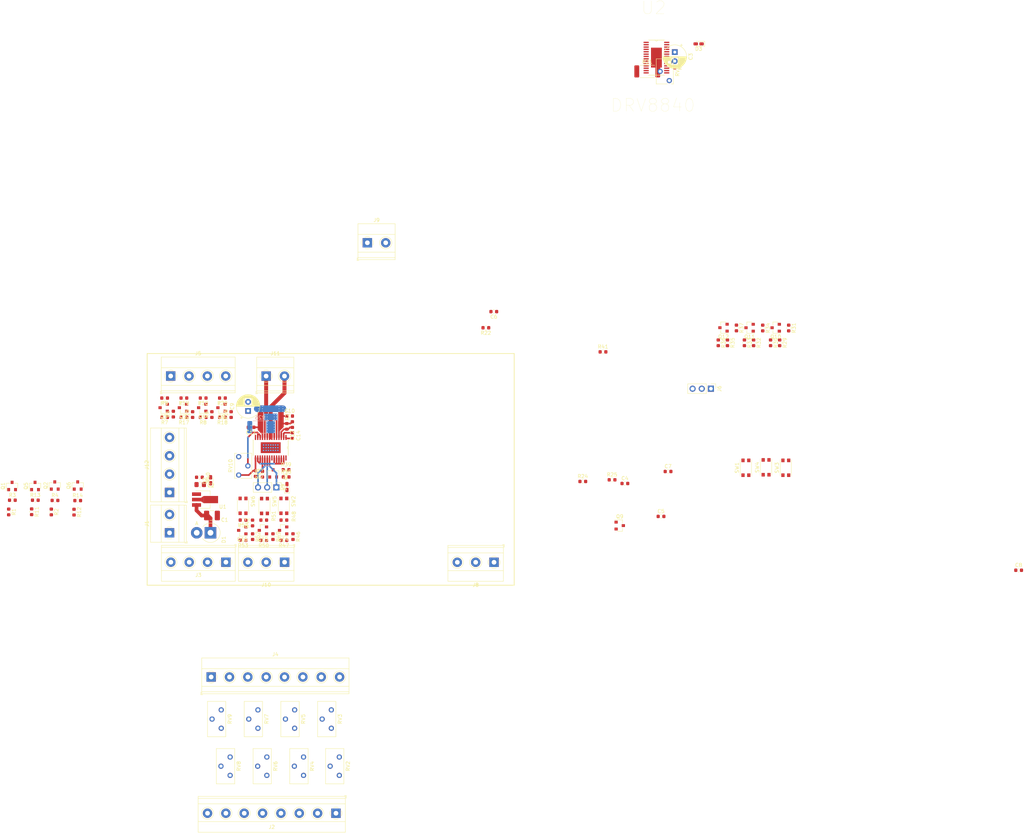
<source format=kicad_pcb>
(kicad_pcb (version 20171130) (host pcbnew 5.0.1-33cea8e~68~ubuntu18.04.1)
  (layers (0 F.Cu signal) (31 B.Cu signal) (34 B.Paste user) (35 F.Paste user) (36 B.SilkS user) (37 F.SilkS user) (38 B.Mask user) (39 F.Mask user) (44 Edge.Cuts user))
  (net 0 "")
  (net 1 GND)
  (net 2 "/Motor1 3V3 <- PLC/3V3")
  (net 3 "Net-(C12-Pad1)")
  (net 4 "/Power section/VIN")
  (net 5 /plc-to-ttl/IN1)
  (net 6 /plc-to-ttl/IN2)
  (net 7 /plc-to-ttl/IN3)
  (net 8 /plc-to-ttl/IN4)
  (net 9 /plc-to-ttl/IN5)
  (net 10 /plc-to-ttl/IN6)
  (net 11 /plc-to-ttl/IN7)
  (net 12 /plc-to-ttl/IN8)
  (net 13 /ttl-to-plc/IN1)
  (net 14 /ttl-to-plc/IN2)
  (net 15 /ttl-to-plc/IN3)
  (net 16 /ttl-to-plc/IN4)
  (net 17 /plc-to-ttl/OUT8)
  (net 18 /plc-to-ttl/OUT7)
  (net 19 /plc-to-ttl/OUT6)
  (net 20 /plc-to-ttl/OUT5)
  (net 21 /plc-to-ttl/OUT4)
  (net 22 /plc-to-ttl/OUT3)
  (net 23 /plc-to-ttl/OUT2)
  (net 24 /plc-to-ttl/OUT1)
  (net 25 /ttl-to-plc/OUT1)
  (net 26 /ttl-to-plc/OUT2)
  (net 27 /ttl-to-plc/OUT3)
  (net 28 /ttl-to-plc/OUT4)
  (net 29 "/Motor1 driver/ENABLE")
  (net 30 "/Motor1 3V3 <- PLC/OUT2")
  (net 31 "/Motor2 3V3 <- PLC/OUT2")
  (net 32 "/Motor2 driver/ENABLE")
  (net 33 "/Motor1 3V3 <- PLC/IN1")
  (net 34 "/Motor1 3V3 <- PLC/IN2")
  (net 35 "/Motor1 3V3 <- PLC/IN3")
  (net 36 "/Motor2 3V3 <- PLC/IN3")
  (net 37 "/Motor2 3V3 <- PLC/IN2")
  (net 38 "/Motor2 3V3 <- PLC/IN1")
  (net 39 "Net-(Q1-Pad1)")
  (net 40 "Net-(Q1-Pad3)")
  (net 41 "Net-(Q2-Pad1)")
  (net 42 "Net-(Q2-Pad3)")
  (net 43 "Net-(Q5-Pad3)")
  (net 44 "Net-(Q5-Pad1)")
  (net 45 "Net-(Q6-Pad1)")
  (net 46 "Net-(Q6-Pad3)")
  (net 47 "Net-(Q9-Pad1)")
  (net 48 "Net-(Q10-Pad1)")
  (net 49 "Net-(Q11-Pad1)")
  (net 50 "Net-(Q12-Pad1)")
  (net 51 "Net-(Q13-Pad1)")
  (net 52 "Net-(Q14-Pad1)")
  (net 53 "Net-(Q15-Pad1)")
  (net 54 "Net-(Q16-Pad1)")
  (net 55 "Net-(R21-Pad1)")
  (net 56 "Net-(R23-Pad2)")
  (net 57 "Net-(R28-Pad2)")
  (net 58 "Net-(D4-Pad2)")
  (net 59 "Net-(C8-Pad2)")
  (net 60 "/Motor2 driver/OUT2")
  (net 61 "/Motor2 driver/OUT1")
  (net 62 "/Motor1 driver/OUT2")
  (net 63 "/Motor1 driver/OUT1")
  (net 64 "Net-(C14-Pad1)")
  (net 65 "Net-(C14-Pad2)")
  (net 66 "/Power section/24V")
  (net 67 "Net-(R26-Pad1)")
  (net 68 "Net-(RV10-Pad2)")
  (net 69 "Net-(C13-Pad1)")
  (net 70 "/Motor2 driver/DECAY")
  (net 71 "Net-(U3-Pad22)")
  (net 72 "Net-(U2-Pad22)")
  (net 73 "/Motor1 driver/DECAY")
  (net 74 "Net-(C7-Pad1)")
  (net 75 "Net-(RV1-Pad2)")
  (net 76 "Net-(C6-Pad1)")
  (net 77 "Net-(C8-Pad1)")
  (net 78 "Net-(Q3-Pad1)")
  (net 79 "Net-(Q8-Pad1)")
  (net 80 "Net-(Q7-Pad1)")
  (net 81 "Net-(Q4-Pad1)")
  (net 82 "Net-(D3-Pad2)")
  (net 83 "Net-(Q9-Pad3)")
  (net 84 "Net-(Q13-Pad3)")
  (net 85 "Net-(D2-Pad2)")
  (module TerminalBlock_Phoenix:TerminalBlock_Phoenix_MKDS-1,5-2-5.08_1x02_P5.08mm_Horizontal (layer F.Cu) (at 107.78236 112.48898 90)
    (fp_text reference J1 (at 2.54 -6.26 90) (layer F.SilkS))
    (fp_text value Screw_Terminal_01x02)
    (pad 1 thru_hole rect (at 0 0 90) (size 2.6 2.6) (drill 1.3) (layers *.Cu *.Mask) (net 4 "/Power section/VIN"))
    (pad 2 thru_hole circle (at 5.08 0 90) (size 2.6 2.6) (drill 1.3) (layers *.Cu *.Mask) (net 1 GND))
  )
  (module TerminalBlock_Phoenix:TerminalBlock_Phoenix_MKDS-1,5-4-5.08_1x04_P5.08mm_Horizontal (layer F.Cu) (at 107.7849 101.3206 90)
    (fp_text reference J12 (at 7.62 -6.26 90) (layer F.SilkS))
    (fp_text value Screw_Terminal_01x04)
    (pad 1 thru_hole rect (at 0 0 90) (size 2.6 2.6) (drill 1.3) (layers *.Cu *.Mask) (net 1 GND))
    (pad 2 thru_hole circle (at 5.08 0 90) (size 2.6 2.6) (drill 1.3) (layers *.Cu *.Mask) (net 1 GND))
    (pad 3 thru_hole circle (at 10.16 0 90) (size 2.6 2.6) (drill 1.3) (layers *.Cu *.Mask) (net 1 GND))
    (pad 4 thru_hole circle (at 15.24 0 90) (size 2.6 2.6) (drill 1.3) (layers *.Cu *.Mask) (net 1 GND))
  )
  (module TerminalBlock_Phoenix:TerminalBlock_Phoenix_MKDS-1,5-4-5.08_1x04_P5.08mm_Horizontal (layer F.Cu) (at 108.1024 69.088)
    (fp_text reference J5 (at 7.62 -6.26) (layer F.SilkS))
    (fp_text value Screw_Terminal_01x04)
    (pad 1 thru_hole rect (at 0 0) (size 2.6 2.6) (drill 1.3) (layers *.Cu *.Mask) (net 25 /ttl-to-plc/OUT1))
    (pad 2 thru_hole circle (at 5.08 0) (size 2.6 2.6) (drill 1.3) (layers *.Cu *.Mask) (net 26 /ttl-to-plc/OUT2))
    (pad 3 thru_hole circle (at 10.16 0) (size 2.6 2.6) (drill 1.3) (layers *.Cu *.Mask) (net 27 /ttl-to-plc/OUT3))
    (pad 4 thru_hole circle (at 15.24 0) (size 2.6 2.6) (drill 1.3) (layers *.Cu *.Mask) (net 28 /ttl-to-plc/OUT4))
  )
  (module Diode_THT:D_DO-201AD_P3.81mm_Vertical_AnodeUp (layer F.Cu) (at 119.12092 112.47628 180)
    (fp_text reference D1 (at -3.67792 -1.92024 270) (layer F.SilkS))
    (fp_text value SB530)
    (fp_text user A (at 3.81 2.6 180) (layer F.SilkS))
    (pad 2 thru_hole oval (at 3.81 0 180) (size 3.2 3.2) (drill 1.6) (layers *.Cu *.Mask) (net 4 "/Power section/VIN"))
    (pad 1 thru_hole rect (at 0 0 180) (size 3.2 3.2) (drill 1.6) (layers *.Cu *.Mask) (net 66 "/Power section/24V"))
  )
  (module Resistor_SMD:R_0603_1608Metric (layer F.Cu) (at 133.8665 108.9746 180)
    (fp_text reference R51 (at -2.77 1.1184 270) (layer F.SilkS))
    (fp_text value 10k)
    (pad 1 smd roundrect (at -0.7875 0 180) (size 0.875 0.95) (layers F.Cu F.Paste F.Mask) (net 31 "/Motor2 3V3 <- PLC/OUT2"))
    (pad 2 smd roundrect (at 0.7875 0 180) (size 0.875 0.95) (layers F.Cu F.Paste F.Mask) (net 1 GND))
  )
  (module Capacitor_THT:CP_Radial_D6.3mm_P2.50mm (layer F.Cu) (at 247.65 -20.574 270)
    (fp_text reference C3 (at 1.25 -4.4 270) (layer F.SilkS))
    (fp_text value 100uF)
    (pad 1 thru_hole rect (at 0 0 270) (size 1.6 1.6) (drill 0.8) (layers *.Cu *.Mask) (net 66 "/Power section/24V"))
    (pad 2 thru_hole circle (at 2.5 0 270) (size 1.6 1.6) (drill 0.8) (layers *.Cu *.Mask) (net 1 GND))
  )
  (module Capacitor_THT:CP_Radial_D6.3mm_P2.50mm (layer F.Cu) (at 129.54 78.74 90)
    (fp_text reference C9 (at 1.25 -4.4 90) (layer F.SilkS))
    (fp_text value 100uF)
    (pad 2 thru_hole circle (at 2.5 0 90) (size 1.6 1.6) (drill 0.8) (layers *.Cu *.Mask) (net 1 GND))
    (pad 1 thru_hole rect (at 0 0 90) (size 1.6 1.6) (drill 0.8) (layers *.Cu *.Mask) (net 66 "/Power section/24V"))
  )
  (module Resistor_SMD:R_0603_1608Metric (layer F.Cu) (at 227.775 62.4)
    (fp_text reference R41 (at 0 -1.43) (layer F.SilkS))
    (fp_text value 33k)
    (pad 2 smd roundrect (at 0.7875 0) (size 0.875 0.95) (layers F.Cu F.Paste F.Mask) (net 73 "/Motor1 driver/DECAY"))
    (pad 1 smd roundrect (at -0.7875 0) (size 0.875 0.95) (layers F.Cu F.Paste F.Mask) (net 2 "/Motor1 3V3 <- PLC/3V3"))
  )
  (module Resistor_SMD:R_0603_1608Metric (layer F.Cu) (at 130.76174 109.76356 90)
    (fp_text reference R42 (at 0 -1.43 90) (layer F.SilkS))
    (fp_text value 33k)
    (pad 1 smd roundrect (at -0.7875 0 90) (size 0.875 0.95) (layers F.Cu F.Paste F.Mask) (net 2 "/Motor1 3V3 <- PLC/3V3"))
    (pad 2 smd roundrect (at 0.7875 0 90) (size 0.875 0.95) (layers F.Cu F.Paste F.Mask) (net 70 "/Motor2 driver/DECAY"))
  )
  (module Button_Switch_SMD:SW_SPST_KMR2 (layer F.Cu) (at 267.335 94.488 90)
    (fp_text reference SW1 (at 0 -2.45 90) (layer F.SilkS))
    (fp_text value SW_Push)
    (pad 2 smd rect (at 2.05 0.8 180) (size 0.9 1) (layers F.Cu F.Paste F.Mask) (net 2 "/Motor1 3V3 <- PLC/3V3"))
    (pad 1 smd rect (at 2.05 -0.8 180) (size 0.9 1) (layers F.Cu F.Paste F.Mask) (net 29 "/Motor1 driver/ENABLE"))
    (pad 2 smd rect (at -2.05 0.8 180) (size 0.9 1) (layers F.Cu F.Paste F.Mask) (net 2 "/Motor1 3V3 <- PLC/3V3"))
    (pad 1 smd rect (at -2.05 -0.8 180) (size 0.9 1) (layers F.Cu F.Paste F.Mask) (net 29 "/Motor1 driver/ENABLE"))
  )
  (module Button_Switch_SMD:SW_SPST_KMR2 (layer F.Cu) (at 139.4265 105.0246 270)
    (fp_text reference SW2 (at -1.25 -2.69 270) (layer F.SilkS))
    (fp_text value SW_Push)
    (pad 1 smd rect (at -2.05 -0.8) (size 0.9 1) (layers F.Cu F.Paste F.Mask) (net 32 "/Motor2 driver/ENABLE"))
    (pad 2 smd rect (at -2.05 0.8) (size 0.9 1) (layers F.Cu F.Paste F.Mask) (net 2 "/Motor1 3V3 <- PLC/3V3"))
    (pad 1 smd rect (at 2.05 -0.8) (size 0.9 1) (layers F.Cu F.Paste F.Mask) (net 32 "/Motor2 driver/ENABLE"))
    (pad 2 smd rect (at 2.05 0.8) (size 0.9 1) (layers F.Cu F.Paste F.Mask) (net 2 "/Motor1 3V3 <- PLC/3V3"))
  )
  (module Button_Switch_SMD:SW_SPST_KMR2 (layer F.Cu) (at 278.384 94.488 90)
    (fp_text reference SW3 (at 0 -2.45 90) (layer F.SilkS))
    (fp_text value SW_Push)
    (pad 2 smd rect (at 2.05 0.8 180) (size 0.9 1) (layers F.Cu F.Paste F.Mask) (net 2 "/Motor1 3V3 <- PLC/3V3"))
    (pad 1 smd rect (at 2.05 -0.8 180) (size 0.9 1) (layers F.Cu F.Paste F.Mask) (net 30 "/Motor1 3V3 <- PLC/OUT2"))
    (pad 2 smd rect (at -2.05 0.8 180) (size 0.9 1) (layers F.Cu F.Paste F.Mask) (net 2 "/Motor1 3V3 <- PLC/3V3"))
    (pad 1 smd rect (at -2.05 -0.8 180) (size 0.9 1) (layers F.Cu F.Paste F.Mask) (net 30 "/Motor1 3V3 <- PLC/OUT2"))
  )
  (module Button_Switch_SMD:SW_SPST_KMR2 (layer F.Cu) (at 128.1303 105.02392 270)
    (fp_text reference SW6 (at -1.25 -2.775 270) (layer F.SilkS))
    (fp_text value SW_Push)
    (pad 1 smd rect (at -2.05 -0.8) (size 0.9 1) (layers F.Cu F.Paste F.Mask) (net 70 "/Motor2 driver/DECAY"))
    (pad 2 smd rect (at -2.05 0.8) (size 0.9 1) (layers F.Cu F.Paste F.Mask) (net 1 GND))
    (pad 1 smd rect (at 2.05 -0.8) (size 0.9 1) (layers F.Cu F.Paste F.Mask) (net 70 "/Motor2 driver/DECAY"))
    (pad 2 smd rect (at 2.05 0.8) (size 0.9 1) (layers F.Cu F.Paste F.Mask) (net 1 GND))
  )
  (module Button_Switch_SMD:SW_SPST_KMR2 (layer F.Cu) (at 134.0665 105.0646 270)
    (fp_text reference SW5 (at -1.25 -2.78 270) (layer F.SilkS))
    (fp_text value SW_Push)
    (pad 2 smd rect (at 2.05 0.8) (size 0.9 1) (layers F.Cu F.Paste F.Mask) (net 2 "/Motor1 3V3 <- PLC/3V3"))
    (pad 1 smd rect (at 2.05 -0.8) (size 0.9 1) (layers F.Cu F.Paste F.Mask) (net 31 "/Motor2 3V3 <- PLC/OUT2"))
    (pad 2 smd rect (at -2.05 0.8) (size 0.9 1) (layers F.Cu F.Paste F.Mask) (net 2 "/Motor1 3V3 <- PLC/3V3"))
    (pad 1 smd rect (at -2.05 -0.8) (size 0.9 1) (layers F.Cu F.Paste F.Mask) (net 31 "/Motor2 3V3 <- PLC/OUT2"))
  )
  (module Button_Switch_SMD:SW_SPST_KMR2 (layer F.Cu) (at 272.923 94.361 90)
    (fp_text reference SW4 (at 0 -2.45 90) (layer F.SilkS))
    (fp_text value SW_Push)
    (pad 1 smd rect (at -2.05 -0.8 180) (size 0.9 1) (layers F.Cu F.Paste F.Mask) (net 73 "/Motor1 driver/DECAY"))
    (pad 2 smd rect (at -2.05 0.8 180) (size 0.9 1) (layers F.Cu F.Paste F.Mask) (net 1 GND))
    (pad 1 smd rect (at 2.05 -0.8 180) (size 0.9 1) (layers F.Cu F.Paste F.Mask) (net 73 "/Motor1 driver/DECAY"))
    (pad 2 smd rect (at 2.05 0.8 180) (size 0.9 1) (layers F.Cu F.Paste F.Mask) (net 1 GND))
  )
  (module Capacitor_SMD:C_0805_2012Metric_Pad1.15x1.40mm_HandSolder (layer F.Cu) (at 116.28628 99.13112)
    (fp_text reference C2 (at 2.94132 0.2794) (layer F.SilkS))
    (fp_text value "4.7uF 6.3V")
    (pad 1 smd roundrect (at -1.025 0) (size 1.15 1.4) (layers F.Cu F.Paste F.Mask) (roundrect_rratio 0.217391) (net 2 "/Motor1 3V3 <- PLC/3V3"))
    (pad 2 smd roundrect (at 1.025 0) (size 1.15 1.4) (layers F.Cu F.Paste F.Mask) (roundrect_rratio 0.217391) (net 1 GND))
  )
  (module Resistor_SMD:R_0603_1608Metric (layer F.Cu) (at 111.76 80.518 180)
    (fp_text reference R17 (at 0 -1.43 180) (layer F.SilkS))
    (fp_text value 10k)
    (pad 1 smd roundrect (at -0.7875 0 180) (size 0.875 0.95) (layers F.Cu F.Paste F.Mask) (net 80 "Net-(Q7-Pad1)"))
    (pad 2 smd roundrect (at 0.7875 0 180) (size 0.875 0.95) (layers F.Cu F.Paste F.Mask) (net 66 "/Power section/24V"))
  )
  (module Resistor_SMD:R_0603_1608Metric (layer F.Cu) (at 116.0526 97.11944)
    (fp_text reference R40 (at 2.4003 0.0635 90) (layer F.SilkS))
    (fp_text value 220)
    (pad 2 smd roundrect (at 0.7875 0) (size 0.875 0.95) (layers F.Cu F.Paste F.Mask) (net 85 "Net-(D2-Pad2)"))
    (pad 1 smd roundrect (at -0.7875 0) (size 0.875 0.95) (layers F.Cu F.Paste F.Mask) (net 2 "/Motor1 3V3 <- PLC/3V3"))
  )
  (module Resistor_SMD:R_0603_1608Metric (layer F.Cu) (at 141.9606 113.54562 270)
    (fp_text reference R46 (at 0 -1.43 270) (layer F.SilkS))
    (fp_text value 4.7k)
    (pad 1 smd roundrect (at -0.7875 0 270) (size 0.875 0.95) (layers F.Cu F.Paste F.Mask) (net 52 "Net-(Q14-Pad1)"))
    (pad 2 smd roundrect (at 0.7875 0 270) (size 0.875 0.95) (layers F.Cu F.Paste F.Mask) (net 38 "/Motor2 3V3 <- PLC/IN1"))
  )
  (module Resistor_SMD:R_0603_1608Metric (layer F.Cu) (at 133.85038 114.5794 180)
    (fp_text reference R50 (at 0 -1.43 180) (layer F.SilkS))
    (fp_text value 10k)
    (pad 2 smd roundrect (at 0.7875 0 180) (size 0.875 0.95) (layers F.Cu F.Paste F.Mask) (net 1 GND))
    (pad 1 smd roundrect (at -0.7875 0 180) (size 0.875 0.95) (layers F.Cu F.Paste F.Mask) (net 53 "Net-(Q15-Pad1)"))
  )
  (module Resistor_SMD:R_0603_1608Metric (layer F.Cu) (at 106.426 75.184 180)
    (fp_text reference R9 (at 0 -1.43 180) (layer F.SilkS))
    (fp_text value 10k)
    (pad 1 smd roundrect (at -0.7875 0 180) (size 0.875 0.95) (layers F.Cu F.Paste F.Mask) (net 25 /ttl-to-plc/OUT1))
    (pad 2 smd roundrect (at 0.7875 0 180) (size 0.875 0.95) (layers F.Cu F.Paste F.Mask) (net 1 GND))
  )
  (module Resistor_SMD:R_0603_1608Metric (layer F.Cu) (at 69.61378 106.66222 270)
    (fp_text reference R11 (at 0 -1.43 270) (layer F.SilkS))
    (fp_text value 1k)
    (pad 2 smd roundrect (at 0.7875 0 270) (size 0.875 0.95) (layers F.Cu F.Paste F.Mask) (net 14 /ttl-to-plc/IN2))
    (pad 1 smd roundrect (at -0.7875 0 270) (size 0.875 0.95) (layers F.Cu F.Paste F.Mask) (net 44 "Net-(Q5-Pad1)"))
  )
  (module Resistor_SMD:R_0603_1608Metric (layer F.Cu) (at 81.34858 106.76382 270)
    (fp_text reference R12 (at 0 -1.43 270) (layer F.SilkS))
    (fp_text value 1k)
    (pad 1 smd roundrect (at -0.7875 0 270) (size 0.875 0.95) (layers F.Cu F.Paste F.Mask) (net 45 "Net-(Q6-Pad1)"))
    (pad 2 smd roundrect (at 0.7875 0 270) (size 0.875 0.95) (layers F.Cu F.Paste F.Mask) (net 16 /ttl-to-plc/IN4))
  )
  (module Resistor_SMD:R_0603_1608Metric (layer F.Cu) (at 70.62978 103.46182)
    (fp_text reference R13 (at 0 -1.43) (layer F.SilkS))
    (fp_text value 10k)
    (pad 2 smd roundrect (at 0.7875 0) (size 0.875 0.95) (layers F.Cu F.Paste F.Mask) (net 1 GND))
    (pad 1 smd roundrect (at -0.7875 0) (size 0.875 0.95) (layers F.Cu F.Paste F.Mask) (net 44 "Net-(Q5-Pad1)"))
  )
  (module Resistor_SMD:R_0603_1608Metric (layer F.Cu) (at 82.36458 103.56342)
    (fp_text reference R14 (at 0 -1.43) (layer F.SilkS))
    (fp_text value 10k)
    (pad 1 smd roundrect (at -0.7875 0) (size 0.875 0.95) (layers F.Cu F.Paste F.Mask) (net 45 "Net-(Q6-Pad1)"))
    (pad 2 smd roundrect (at 0.7875 0) (size 0.875 0.95) (layers F.Cu F.Paste F.Mask) (net 1 GND))
  )
  (module Resistor_SMD:R_0603_1608Metric (layer F.Cu) (at 114.173 79.756 90)
    (fp_text reference R15 (at 0 -1.43 90) (layer F.SilkS))
    (fp_text value 10k)
    (pad 2 smd roundrect (at 0.7875 0 90) (size 0.875 0.95) (layers F.Cu F.Paste F.Mask) (net 80 "Net-(Q7-Pad1)"))
    (pad 1 smd roundrect (at -0.7875 0 90) (size 0.875 0.95) (layers F.Cu F.Paste F.Mask) (net 43 "Net-(Q5-Pad3)"))
  )
  (module Resistor_SMD:R_0603_1608Metric (layer F.Cu) (at 124.841 79.756 90)
    (fp_text reference R16 (at 0 -1.43 90) (layer F.SilkS))
    (fp_text value 10k)
    (pad 1 smd roundrect (at -0.7875 0 90) (size 0.875 0.95) (layers F.Cu F.Paste F.Mask) (net 46 "Net-(Q6-Pad3)"))
    (pad 2 smd roundrect (at 0.7875 0 90) (size 0.875 0.95) (layers F.Cu F.Paste F.Mask) (net 79 "Net-(Q8-Pad1)"))
  )
  (module Resistor_SMD:R_0603_1608Metric (layer F.Cu) (at 122.428 80.518 180)
    (fp_text reference R18 (at 0 -1.43 180) (layer F.SilkS))
    (fp_text value 10k)
    (pad 2 smd roundrect (at 0.7875 0 180) (size 0.875 0.95) (layers F.Cu F.Paste F.Mask) (net 66 "/Power section/24V"))
    (pad 1 smd roundrect (at -0.7875 0 180) (size 0.875 0.95) (layers F.Cu F.Paste F.Mask) (net 79 "Net-(Q8-Pad1)"))
  )
  (module Resistor_SMD:R_0603_1608Metric (layer F.Cu) (at 111.76 75.184 180)
    (fp_text reference R19 (at 0 -1.43 180) (layer F.SilkS))
    (fp_text value 10k)
    (pad 1 smd roundrect (at -0.7875 0 180) (size 0.875 0.95) (layers F.Cu F.Paste F.Mask) (net 26 /ttl-to-plc/OUT2))
    (pad 2 smd roundrect (at 0.7875 0 180) (size 0.875 0.95) (layers F.Cu F.Paste F.Mask) (net 1 GND))
  )
  (module Resistor_SMD:R_0603_1608Metric (layer F.Cu) (at 274.1676 59.8932 270)
    (fp_text reference R30 (at 0 -1.43 270) (layer F.SilkS))
    (fp_text value 10k)
    (pad 2 smd roundrect (at 0.7875 0 270) (size 0.875 0.95) (layers F.Cu F.Paste F.Mask) (net 1 GND))
    (pad 1 smd roundrect (at -0.7875 0 270) (size 0.875 0.95) (layers F.Cu F.Paste F.Mask) (net 48 "Net-(Q10-Pad1)"))
  )
  (module Resistor_SMD:R_0603_1608Metric (layer F.Cu) (at 195.3513 55.7276 180)
    (fp_text reference R22 (at 0 -1.43 180) (layer F.SilkS))
    (fp_text value 1M)
    (pad 1 smd roundrect (at -0.7875 0 180) (size 0.875 0.95) (layers F.Cu F.Paste F.Mask) (net 76 "Net-(C6-Pad1)"))
    (pad 2 smd roundrect (at 0.7875 0 180) (size 0.875 0.95) (layers F.Cu F.Paste F.Mask) (net 66 "/Power section/24V"))
  )
  (module Resistor_SMD:R_0603_1608Metric (layer F.Cu) (at 247.65 -17.018 270)
    (fp_text reference R23 (at 0 -1.43 270) (layer F.SilkS))
    (fp_text value 1k)
    (pad 2 smd roundrect (at 0.7875 0 270) (size 0.875 0.95) (layers F.Cu F.Paste F.Mask) (net 56 "Net-(R23-Pad2)"))
    (pad 1 smd roundrect (at -0.7875 0 270) (size 0.875 0.95) (layers F.Cu F.Paste F.Mask) (net 47 "Net-(Q9-Pad1)"))
  )
  (module Resistor_SMD:R_0603_1608Metric (layer F.Cu) (at 222.185001 98.275001)
    (fp_text reference R24 (at 0 -1.43) (layer F.SilkS))
    (fp_text value 10k)
    (pad 1 smd roundrect (at -0.7875 0) (size 0.875 0.95) (layers F.Cu F.Paste F.Mask) (net 2 "/Motor1 3V3 <- PLC/3V3"))
    (pad 2 smd roundrect (at 0.7875 0) (size 0.875 0.95) (layers F.Cu F.Paste F.Mask) (net 47 "Net-(Q9-Pad1)"))
  )
  (module Resistor_SMD:R_0603_1608Metric (layer F.Cu) (at 230.285001 97.815001)
    (fp_text reference R25 (at 0 -1.43) (layer F.SilkS))
    (fp_text value 220)
    (pad 2 smd roundrect (at 0.7875 0) (size 0.875 0.95) (layers F.Cu F.Paste F.Mask) (net 82 "Net-(D3-Pad2)"))
    (pad 1 smd roundrect (at -0.7875 0) (size 0.875 0.95) (layers F.Cu F.Paste F.Mask) (net 83 "Net-(Q9-Pad3)"))
  )
  (module Resistor_SMD:R_0603_1608Metric (layer F.Cu) (at 140.2365 83.0246 90)
    (fp_text reference R27 (at 3.02 0.17 90) (layer F.SilkS))
    (fp_text value 1M)
    (pad 1 smd roundrect (at -0.7875 0 90) (size 0.875 0.95) (layers F.Cu F.Paste F.Mask) (net 3 "Net-(C12-Pad1)"))
    (pad 2 smd roundrect (at 0.7875 0 90) (size 0.875 0.95) (layers F.Cu F.Paste F.Mask) (net 66 "/Power section/24V"))
  )
  (module Resistor_SMD:R_0603_1608Metric (layer F.Cu) (at 133.5065 96.2571 90)
    (fp_text reference R28 (at 0 -1.43 90) (layer F.SilkS))
    (fp_text value 1k)
    (pad 2 smd roundrect (at 0.7875 0 90) (size 0.875 0.95) (layers F.Cu F.Paste F.Mask) (net 57 "Net-(R28-Pad2)"))
    (pad 1 smd roundrect (at -0.7875 0 90) (size 0.875 0.95) (layers F.Cu F.Paste F.Mask) (net 51 "Net-(Q13-Pad1)"))
  )
  (module Resistor_SMD:R_0603_1608Metric (layer F.Cu) (at 276.6822 59.8932 270)
    (fp_text reference R29 (at 0 -1.43 270) (layer F.SilkS))
    (fp_text value 4.7k)
    (pad 1 smd roundrect (at -0.7875 0 270) (size 0.875 0.95) (layers F.Cu F.Paste F.Mask) (net 48 "Net-(Q10-Pad1)"))
    (pad 2 smd roundrect (at 0.7875 0 270) (size 0.875 0.95) (layers F.Cu F.Paste F.Mask) (net 33 "/Motor1 3V3 <- PLC/IN1"))
  )
  (module Resistor_SMD:R_0603_1608Metric (layer F.Cu) (at 122.428 75.184 180)
    (fp_text reference R20 (at 0 -1.43 180) (layer F.SilkS))
    (fp_text value 10k)
    (pad 2 smd roundrect (at 0.7875 0 180) (size 0.875 0.95) (layers F.Cu F.Paste F.Mask) (net 1 GND))
    (pad 1 smd roundrect (at -0.7875 0 180) (size 0.875 0.95) (layers F.Cu F.Paste F.Mask) (net 28 /ttl-to-plc/OUT4))
  )
  (module Resistor_SMD:R_0603_1608Metric (layer F.Cu) (at 140.0665 97.0246)
    (fp_text reference R38 (at 0 -1.43) (layer F.SilkS))
    (fp_text value 10k)
    (pad 1 smd roundrect (at -0.7875 0) (size 0.875 0.95) (layers F.Cu F.Paste F.Mask) (net 2 "/Motor1 3V3 <- PLC/3V3"))
    (pad 2 smd roundrect (at 0.7875 0) (size 0.875 0.95) (layers F.Cu F.Paste F.Mask) (net 51 "Net-(Q13-Pad1)"))
  )
  (module Resistor_SMD:R_0603_1608Metric (layer F.Cu) (at 140.0415 95.0246)
    (fp_text reference R39 (at 0 -1.43) (layer F.SilkS))
    (fp_text value 220)
    (pad 2 smd roundrect (at 0.7875 0) (size 0.875 0.95) (layers F.Cu F.Paste F.Mask) (net 58 "Net-(D4-Pad2)"))
    (pad 1 smd roundrect (at -0.7875 0) (size 0.875 0.95) (layers F.Cu F.Paste F.Mask) (net 84 "Net-(Q13-Pad3)"))
  )
  (module Resistor_SMD:R_0603_1608Metric (layer F.Cu) (at 117.094 80.518 180)
    (fp_text reference R8 (at 0 -1.43 180) (layer F.SilkS))
    (fp_text value 10k)
    (pad 1 smd roundrect (at -0.7875 0 180) (size 0.875 0.95) (layers F.Cu F.Paste F.Mask) (net 81 "Net-(Q4-Pad1)"))
    (pad 2 smd roundrect (at 0.7875 0 180) (size 0.875 0.95) (layers F.Cu F.Paste F.Mask) (net 66 "/Power section/24V"))
  )
  (module Resistor_SMD:R_0603_1608Metric (layer F.Cu) (at 63.26378 106.71302 270)
    (fp_text reference R1 (at 0 -1.43 270) (layer F.SilkS))
    (fp_text value 1k)
    (pad 2 smd roundrect (at 0.7875 0 270) (size 0.875 0.95) (layers F.Cu F.Paste F.Mask) (net 13 /ttl-to-plc/IN1))
    (pad 1 smd roundrect (at -0.7875 0 270) (size 0.875 0.95) (layers F.Cu F.Paste F.Mask) (net 39 "Net-(Q1-Pad1)"))
  )
  (module Resistor_SMD:R_0603_1608Metric (layer F.Cu) (at 75.06208 106.71302 270)
    (fp_text reference R2 (at 0 -1.43 270) (layer F.SilkS))
    (fp_text value 1k)
    (pad 1 smd roundrect (at -0.7875 0 270) (size 0.875 0.95) (layers F.Cu F.Paste F.Mask) (net 41 "Net-(Q2-Pad1)"))
    (pad 2 smd roundrect (at 0.7875 0 270) (size 0.875 0.95) (layers F.Cu F.Paste F.Mask) (net 15 /ttl-to-plc/IN3))
  )
  (module Resistor_SMD:R_0603_1608Metric (layer F.Cu) (at 64.27978 103.46182)
    (fp_text reference R3 (at 0 -1.43) (layer F.SilkS))
    (fp_text value 10k)
    (pad 2 smd roundrect (at 0.7875 0) (size 0.875 0.95) (layers F.Cu F.Paste F.Mask) (net 1 GND))
    (pad 1 smd roundrect (at -0.7875 0) (size 0.875 0.95) (layers F.Cu F.Paste F.Mask) (net 39 "Net-(Q1-Pad1)"))
  )
  (module Resistor_SMD:R_0603_1608Metric (layer F.Cu) (at 76.07808 103.52532)
    (fp_text reference R4 (at 0 -1.43) (layer F.SilkS))
    (fp_text value 10k)
    (pad 1 smd roundrect (at -0.7875 0) (size 0.875 0.95) (layers F.Cu F.Paste F.Mask) (net 41 "Net-(Q2-Pad1)"))
    (pad 2 smd roundrect (at 0.7875 0) (size 0.875 0.95) (layers F.Cu F.Paste F.Mask) (net 1 GND))
  )
  (module Resistor_SMD:R_0603_1608Metric (layer F.Cu) (at 108.839 79.629 90)
    (fp_text reference R5 (at 0 -1.43 90) (layer F.SilkS))
    (fp_text value 10k)
    (pad 2 smd roundrect (at 0.7875 0 90) (size 0.875 0.95) (layers F.Cu F.Paste F.Mask) (net 78 "Net-(Q3-Pad1)"))
    (pad 1 smd roundrect (at -0.7875 0 90) (size 0.875 0.95) (layers F.Cu F.Paste F.Mask) (net 40 "Net-(Q1-Pad3)"))
  )
  (module Resistor_SMD:R_0603_1608Metric (layer F.Cu) (at 119.507 79.756 90)
    (fp_text reference R6 (at 0 -1.43 90) (layer F.SilkS))
    (fp_text value 10k)
    (pad 1 smd roundrect (at -0.7875 0 90) (size 0.875 0.95) (layers F.Cu F.Paste F.Mask) (net 42 "Net-(Q2-Pad3)"))
    (pad 2 smd roundrect (at 0.7875 0 90) (size 0.875 0.95) (layers F.Cu F.Paste F.Mask) (net 81 "Net-(Q4-Pad1)"))
  )
  (module Resistor_SMD:R_0603_1608Metric (layer F.Cu) (at 106.426 80.518 180)
    (fp_text reference R7 (at 0 -1.43 180) (layer F.SilkS))
    (fp_text value 10k)
    (pad 2 smd roundrect (at 0.7875 0 180) (size 0.875 0.95) (layers F.Cu F.Paste F.Mask) (net 66 "/Power section/24V"))
    (pad 1 smd roundrect (at -0.7875 0 180) (size 0.875 0.95) (layers F.Cu F.Paste F.Mask) (net 78 "Net-(Q3-Pad1)"))
  )
  (module Resistor_SMD:R_0603_1608Metric (layer F.Cu) (at 279.1841 55.7911 270)
    (fp_text reference R31 (at 0 -1.43 270) (layer F.SilkS))
    (fp_text value 10k)
    (pad 1 smd roundrect (at -0.7875 0 270) (size 0.875 0.95) (layers F.Cu F.Paste F.Mask) (net 29 "/Motor1 driver/ENABLE"))
    (pad 2 smd roundrect (at 0.7875 0 270) (size 0.875 0.95) (layers F.Cu F.Paste F.Mask) (net 1 GND))
  )
  (module Resistor_SMD:R_0603_1608Metric (layer F.Cu) (at 269.4686 59.8932 270)
    (fp_text reference R32 (at 0 -1.43 270) (layer F.SilkS))
    (fp_text value 4.7k)
    (pad 2 smd roundrect (at 0.7875 0 270) (size 0.875 0.95) (layers F.Cu F.Paste F.Mask) (net 34 "/Motor1 3V3 <- PLC/IN2"))
    (pad 1 smd roundrect (at -0.7875 0 270) (size 0.875 0.95) (layers F.Cu F.Paste F.Mask) (net 49 "Net-(Q11-Pad1)"))
  )
  (module Resistor_SMD:R_0603_1608Metric (layer F.Cu) (at 117.094 75.184 180)
    (fp_text reference R10 (at 0 -1.43 180) (layer F.SilkS))
    (fp_text value 10k)
    (pad 1 smd roundrect (at -0.7875 0 180) (size 0.875 0.95) (layers F.Cu F.Paste F.Mask) (net 27 /ttl-to-plc/OUT3))
    (pad 2 smd roundrect (at 0.7875 0 180) (size 0.875 0.95) (layers F.Cu F.Paste F.Mask) (net 1 GND))
  )
  (module Resistor_SMD:R_0603_1608Metric (layer F.Cu) (at 128.13792 108.966 180)
    (fp_text reference R54 (at 0 -1.43 180) (layer F.SilkS))
    (fp_text value 10k)
    (pad 2 smd roundrect (at 0.7875 0 180) (size 0.875 0.95) (layers F.Cu F.Paste F.Mask) (net 1 GND))
    (pad 1 smd roundrect (at -0.7875 0 180) (size 0.875 0.95) (layers F.Cu F.Paste F.Mask) (net 70 "/Motor2 driver/DECAY"))
  )
  (module Resistor_SMD:R_0603_1608Metric (layer F.Cu) (at 264.7188 55.7784 270)
    (fp_text reference R37 (at 0 -1.43 270) (layer F.SilkS))
    (fp_text value 10k)
    (pad 1 smd roundrect (at -0.7875 0 270) (size 0.875 0.95) (layers F.Cu F.Paste F.Mask) (net 73 "/Motor1 driver/DECAY"))
    (pad 2 smd roundrect (at 0.7875 0 270) (size 0.875 0.95) (layers F.Cu F.Paste F.Mask) (net 1 GND))
  )
  (module Resistor_SMD:R_0603_1608Metric (layer F.Cu) (at 259.6896 59.8932 270)
    (fp_text reference R36 (at 0 -1.43 270) (layer F.SilkS))
    (fp_text value 10k)
    (pad 2 smd roundrect (at 0.7875 0 270) (size 0.875 0.95) (layers F.Cu F.Paste F.Mask) (net 1 GND))
    (pad 1 smd roundrect (at -0.7875 0 270) (size 0.875 0.95) (layers F.Cu F.Paste F.Mask) (net 50 "Net-(Q12-Pad1)"))
  )
  (module Resistor_SMD:R_0603_1608Metric (layer F.Cu) (at 262.2296 59.8932 270)
    (fp_text reference R35 (at 0 -1.43 270) (layer F.SilkS))
    (fp_text value 4.7k)
    (pad 1 smd roundrect (at -0.7875 0 270) (size 0.875 0.95) (layers F.Cu F.Paste F.Mask) (net 50 "Net-(Q12-Pad1)"))
    (pad 2 smd roundrect (at 0.7875 0 270) (size 0.875 0.95) (layers F.Cu F.Paste F.Mask) (net 35 "/Motor1 3V3 <- PLC/IN3"))
  )
  (module Resistor_SMD:R_0603_1608Metric (layer F.Cu) (at 139.44092 108.97108 180)
    (fp_text reference R48 (at -2.78 1 270) (layer F.SilkS))
    (fp_text value 10k)
    (pad 2 smd roundrect (at 0.7875 0 180) (size 0.875 0.95) (layers F.Cu F.Paste F.Mask) (net 1 GND))
    (pad 1 smd roundrect (at -0.7875 0 180) (size 0.875 0.95) (layers F.Cu F.Paste F.Mask) (net 32 "/Motor2 driver/ENABLE"))
  )
  (module Resistor_SMD:R_0603_1608Metric (layer F.Cu) (at 136.41578 113.54816 270)
    (fp_text reference R49 (at 0 -1.43 270) (layer F.SilkS))
    (fp_text value 4.7k)
    (pad 1 smd roundrect (at -0.7875 0 270) (size 0.875 0.95) (layers F.Cu F.Paste F.Mask) (net 53 "Net-(Q15-Pad1)"))
    (pad 2 smd roundrect (at 0.7875 0 270) (size 0.875 0.95) (layers F.Cu F.Paste F.Mask) (net 37 "/Motor2 3V3 <- PLC/IN2"))
  )
  (module Resistor_SMD:R_0603_1608Metric (layer F.Cu) (at 139.43838 114.57178 180)
    (fp_text reference R47 (at 0 -1.43 180) (layer F.SilkS))
    (fp_text value 10k)
    (pad 2 smd roundrect (at 0.7875 0 180) (size 0.875 0.95) (layers F.Cu F.Paste F.Mask) (net 1 GND))
    (pad 1 smd roundrect (at -0.7875 0 180) (size 0.875 0.95) (layers F.Cu F.Paste F.Mask) (net 52 "Net-(Q14-Pad1)"))
  )
  (module Resistor_SMD:R_0603_1608Metric (layer F.Cu) (at 130.7846 113.5507 270)
    (fp_text reference R52 (at 0 -1.43 270) (layer F.SilkS))
    (fp_text value 4.7k)
    (pad 2 smd roundrect (at 0.7875 0 270) (size 0.875 0.95) (layers F.Cu F.Paste F.Mask) (net 36 "/Motor2 3V3 <- PLC/IN3"))
    (pad 1 smd roundrect (at -0.7875 0 270) (size 0.875 0.95) (layers F.Cu F.Paste F.Mask) (net 54 "Net-(Q16-Pad1)"))
  )
  (module Resistor_SMD:R_0603_1608Metric (layer F.Cu) (at 271.9959 55.7911 270)
    (fp_text reference R34 (at 0 -1.43 270) (layer F.SilkS))
    (fp_text value 10k)
    (pad 1 smd roundrect (at -0.7875 0 270) (size 0.875 0.95) (layers F.Cu F.Paste F.Mask) (net 30 "/Motor1 3V3 <- PLC/OUT2"))
    (pad 2 smd roundrect (at 0.7875 0 270) (size 0.875 0.95) (layers F.Cu F.Paste F.Mask) (net 1 GND))
  )
  (module Resistor_SMD:R_0603_1608Metric (layer F.Cu) (at 266.9286 59.8932 270)
    (fp_text reference R33 (at 0 -1.43 270) (layer F.SilkS))
    (fp_text value 10k)
    (pad 2 smd roundrect (at 0.7875 0 270) (size 0.875 0.95) (layers F.Cu F.Paste F.Mask) (net 1 GND))
    (pad 1 smd roundrect (at -0.7875 0 270) (size 0.875 0.95) (layers F.Cu F.Paste F.Mask) (net 49 "Net-(Q11-Pad1)"))
  )
  (module Resistor_SMD:R_0603_1608Metric (layer F.Cu) (at 128.143 114.5286 180)
    (fp_text reference R53 (at 0 -1.43 180) (layer F.SilkS))
    (fp_text value 10k)
    (pad 1 smd roundrect (at -0.7875 0 180) (size 0.875 0.95) (layers F.Cu F.Paste F.Mask) (net 54 "Net-(Q16-Pad1)"))
    (pad 2 smd roundrect (at 0.7875 0 180) (size 0.875 0.95) (layers F.Cu F.Paste F.Mask) (net 1 GND))
  )
  (module Resistor_SMD:R_2512_6332Metric (layer F.Cu) (at 240.03 -15.24)
    (fp_text reference R21 (at 0 -2.62) (layer F.SilkS))
    (fp_text value 0.33)
    (pad 1 smd roundrect (at -2.9 0) (size 1.35 3.35) (layers F.Cu F.Paste F.Mask) (roundrect_rratio 0.185185) (net 55 "Net-(R21-Pad1)"))
    (pad 2 smd roundrect (at 2.9 0) (size 1.35 3.35) (layers F.Cu F.Paste F.Mask) (roundrect_rratio 0.185185) (net 1 GND))
  )
  (module LED_SMD:LED_0603_1608Metric_Castellated (layer F.Cu) (at 140.2915 99.8246 90)
    (fp_text reference D4 (at 0 -1.38 90) (layer F.SilkS))
    (fp_text value RED)
    (pad 2 smd roundrect (at 0.8125 0 90) (size 1.225 0.85) (layers F.Cu F.Paste F.Mask) (net 58 "Net-(D4-Pad2)"))
    (pad 1 smd roundrect (at -0.8125 0 90) (size 1.225 0.85) (layers F.Cu F.Paste F.Mask) (net 1 GND))
  )
  (module LED_SMD:LED_0603_1608Metric_Castellated (layer F.Cu) (at 254.254 -22.86 180)
    (fp_text reference D3 (at 0 -1.38 180) (layer F.SilkS))
    (fp_text value RED)
    (pad 2 smd roundrect (at 0.8125 0 180) (size 1.225 0.85) (layers F.Cu F.Paste F.Mask) (net 82 "Net-(D3-Pad2)"))
    (pad 1 smd roundrect (at -0.8125 0 180) (size 1.225 0.85) (layers F.Cu F.Paste F.Mask) (net 1 GND))
  )
  (module LED_SMD:LED_0603_1608Metric_Castellated (layer F.Cu) (at 119.16156 97.93732 90)
    (fp_text reference D2 (at -0.1534 -1.6256 90) (layer F.SilkS))
    (fp_text value GREEN)
    (pad 2 smd roundrect (at 0.8125 0 90) (size 1.225 0.85) (layers F.Cu F.Paste F.Mask) (net 85 "Net-(D2-Pad2)"))
    (pad 1 smd roundrect (at -0.8125 0 90) (size 1.225 0.85) (layers F.Cu F.Paste F.Mask) (net 1 GND))
  )
  (module Capacitor_SMD:C_0603_1608Metric (layer F.Cu) (at 131.5865 96.0746 270)
    (fp_text reference C13 (at 0 -1.43 270) (layer F.SilkS))
    (fp_text value "0.47uF 6.3V")
    (pad 2 smd roundrect (at 0.7875 0 270) (size 0.875 0.95) (layers F.Cu F.Paste F.Mask) (net 1 GND))
    (pad 1 smd roundrect (at -0.7875 0 270) (size 0.875 0.95) (layers F.Cu F.Paste F.Mask) (net 69 "Net-(C13-Pad1)"))
  )
  (module Capacitor_SMD:C_0603_1608Metric (layer F.Cu) (at 141.0265 80.1646)
    (fp_text reference C10 (at 0 -1.43) (layer F.SilkS))
    (fp_text value 0.1uF)
    (pad 2 smd roundrect (at 0.7875 0) (size 0.875 0.95) (layers F.Cu F.Paste F.Mask) (net 1 GND))
    (pad 1 smd roundrect (at -0.7875 0) (size 0.875 0.95) (layers F.Cu F.Paste F.Mask) (net 66 "/Power section/24V"))
  )
  (module Capacitor_SMD:C_0603_1608Metric (layer F.Cu) (at 233.835001 98.835001)
    (fp_text reference C4 (at 0 -1.43) (layer F.SilkS))
    (fp_text value 0.1uF)
    (pad 2 smd roundrect (at 0.7875 0) (size 0.875 0.95) (layers F.Cu F.Paste F.Mask) (net 1 GND))
    (pad 1 smd roundrect (at -0.7875 0) (size 0.875 0.95) (layers F.Cu F.Paste F.Mask) (net 66 "/Power section/24V"))
  )
  (module Capacitor_SMD:C_0603_1608Metric (layer F.Cu) (at 243.84 107.95)
    (fp_text reference C5 (at 0 -1.43) (layer F.SilkS))
    (fp_text value 0.1uF)
    (pad 2 smd roundrect (at 0.7875 0) (size 0.875 0.95) (layers F.Cu F.Paste F.Mask) (net 1 GND))
    (pad 1 smd roundrect (at -0.7875 0) (size 0.875 0.95) (layers F.Cu F.Paste F.Mask) (net 66 "/Power section/24V"))
  )
  (module Capacitor_SMD:C_0603_1608Metric (layer F.Cu) (at 141.785913 82.5246 90)
    (fp_text reference C12 (at -3.0099 0.0127 90) (layer F.SilkS))
    (fp_text value "0.47uF 16V")
    (pad 2 smd roundrect (at 0.7875 0 90) (size 0.875 0.95) (layers F.Cu F.Paste F.Mask) (net 66 "/Power section/24V"))
    (pad 1 smd roundrect (at -0.7875 0 90) (size 0.875 0.95) (layers F.Cu F.Paste F.Mask) (net 3 "Net-(C12-Pad1)"))
  )
  (module Capacitor_SMD:C_0603_1608Metric (layer F.Cu) (at 130.3655 83.2866 180)
    (fp_text reference C11 (at 0 -1.43 180) (layer F.SilkS))
    (fp_text value 0.1uF)
    (pad 2 smd roundrect (at 0.7875 0 180) (size 0.875 0.95) (layers F.Cu F.Paste F.Mask) (net 1 GND))
    (pad 1 smd roundrect (at -0.7875 0 180) (size 0.875 0.95) (layers F.Cu F.Paste F.Mask) (net 66 "/Power section/24V"))
  )
  (module Capacitor_SMD:C_0603_1608Metric (layer F.Cu) (at 245.785001 95.515001)
    (fp_text reference C7 (at 0 -1.43) (layer F.SilkS))
    (fp_text value "0.47uF 6.3V")
    (pad 2 smd roundrect (at 0.7875 0) (size 0.875 0.95) (layers F.Cu F.Paste F.Mask) (net 1 GND))
    (pad 1 smd roundrect (at -0.7875 0) (size 0.875 0.95) (layers F.Cu F.Paste F.Mask) (net 74 "Net-(C7-Pad1)"))
  )
  (module Capacitor_SMD:C_0603_1608Metric (layer F.Cu) (at 342.835001 122.855001)
    (fp_text reference C8 (at 0 -1.43) (layer F.SilkS))
    (fp_text value "0.1uF 50V")
    (pad 2 smd roundrect (at 0.7875 0) (size 0.875 0.95) (layers F.Cu F.Paste F.Mask) (net 59 "Net-(C8-Pad2)"))
    (pad 1 smd roundrect (at -0.7875 0) (size 0.875 0.95) (layers F.Cu F.Paste F.Mask) (net 77 "Net-(C8-Pad1)"))
  )
  (module Capacitor_SMD:C_0603_1608Metric (layer F.Cu) (at 197.5484 51.2572 180)
    (fp_text reference C6 (at 0 -1.43 180) (layer F.SilkS))
    (fp_text value "0.47uF 16V")
    (pad 2 smd roundrect (at 0.7875 0 180) (size 0.875 0.95) (layers F.Cu F.Paste F.Mask) (net 66 "/Power section/24V"))
    (pad 1 smd roundrect (at -0.7875 0 180) (size 0.875 0.95) (layers F.Cu F.Paste F.Mask) (net 76 "Net-(C6-Pad1)"))
  )
  (module Capacitor_SMD:C_0603_1608Metric (layer F.Cu) (at 141.7865 85.5746 90)
    (fp_text reference C14 (at 0 1.6637 90) (layer F.SilkS))
    (fp_text value "0.1uF 50V")
    (pad 2 smd roundrect (at 0.7875 0 90) (size 0.875 0.95) (layers F.Cu F.Paste F.Mask) (net 65 "Net-(C14-Pad2)"))
    (pad 1 smd roundrect (at -0.7875 0 90) (size 0.875 0.95) (layers F.Cu F.Paste F.Mask) (net 64 "Net-(C14-Pad1)"))
  )
  (module Resistor_SMD:R_2512_6332Metric (layer B.Cu) (at 132.8965 83.2163 180)
    (fp_text reference R26 (at 0 2.62 180) (layer B.SilkS) (effects (justify mirror)))
    (fp_text value 0.33)
    (pad 2 smd roundrect (at 2.9 0 180) (size 1.35 3.35) (layers B.Cu B.Paste B.Mask) (roundrect_rratio 0.185185) (net 1 GND))
    (pad 1 smd roundrect (at -2.9 0 180) (size 1.35 3.35) (layers B.Cu B.Paste B.Mask) (roundrect_rratio 0.185185) (net 67 "Net-(R26-Pad1)"))
  )
  (module Package_TO_SOT_SMD:SOT-23 (layer F.Cu) (at 122.174 77.851 180)
    (fp_text reference Q8 (at 0 -2.5 180) (layer F.SilkS))
    (fp_text value Q_PMOS_GSD)
    (pad 1 smd rect (at -1 -0.95 180) (size 0.9 0.8) (layers F.Cu F.Paste F.Mask) (net 79 "Net-(Q8-Pad1)"))
    (pad 2 smd rect (at -1 0.95 180) (size 0.9 0.8) (layers F.Cu F.Paste F.Mask) (net 28 /ttl-to-plc/OUT4))
    (pad 3 smd rect (at 1 0 180) (size 0.9 0.8) (layers F.Cu F.Paste F.Mask) (net 66 "/Power section/24V"))
  )
  (module Package_TO_SOT_SMD:SOT-23 (layer F.Cu) (at 133.6421 111.8108 180)
    (fp_text reference Q15 (at 0 -2.5 180) (layer F.SilkS))
    (fp_text value 2N7002)
    (pad 1 smd rect (at -1 -0.95 180) (size 0.9 0.8) (layers F.Cu F.Paste F.Mask) (net 53 "Net-(Q15-Pad1)"))
    (pad 2 smd rect (at -1 0.95 180) (size 0.9 0.8) (layers F.Cu F.Paste F.Mask) (net 31 "/Motor2 3V3 <- PLC/OUT2"))
    (pad 3 smd rect (at 1 0 180) (size 0.9 0.8) (layers F.Cu F.Paste F.Mask) (net 2 "/Motor1 3V3 <- PLC/3V3"))
  )
  (module Package_TO_SOT_SMD:SOT-23 (layer F.Cu) (at 268.3637 55.7149 180)
    (fp_text reference Q11 (at 0 -2.5 180) (layer F.SilkS))
    (fp_text value 2N7002)
    (pad 1 smd rect (at -1 -0.95 180) (size 0.9 0.8) (layers F.Cu F.Paste F.Mask) (net 49 "Net-(Q11-Pad1)"))
    (pad 2 smd rect (at -1 0.95 180) (size 0.9 0.8) (layers F.Cu F.Paste F.Mask) (net 30 "/Motor1 3V3 <- PLC/OUT2"))
    (pad 3 smd rect (at 1 0 180) (size 0.9 0.8) (layers F.Cu F.Paste F.Mask) (net 2 "/Motor1 3V3 <- PLC/3V3"))
  )
  (module Package_TO_SOT_SMD:SOT-23 (layer F.Cu) (at 275.5851 55.7149 180)
    (fp_text reference Q10 (at 0 -2.5 180) (layer F.SilkS))
    (fp_text value 2N7002)
    (pad 3 smd rect (at 1 0 180) (size 0.9 0.8) (layers F.Cu F.Paste F.Mask) (net 2 "/Motor1 3V3 <- PLC/3V3"))
    (pad 2 smd rect (at -1 0.95 180) (size 0.9 0.8) (layers F.Cu F.Paste F.Mask) (net 29 "/Motor1 driver/ENABLE"))
    (pad 1 smd rect (at -1 -0.95 180) (size 0.9 0.8) (layers F.Cu F.Paste F.Mask) (net 48 "Net-(Q10-Pad1)"))
  )
  (module Package_TO_SOT_SMD:SOT-23 (layer F.Cu) (at 111.506 77.851 180)
    (fp_text reference Q7 (at 0 -2.5 180) (layer F.SilkS))
    (fp_text value Q_PMOS_GSD)
    (pad 3 smd rect (at 1 0 180) (size 0.9 0.8) (layers F.Cu F.Paste F.Mask) (net 66 "/Power section/24V"))
    (pad 2 smd rect (at -1 0.95 180) (size 0.9 0.8) (layers F.Cu F.Paste F.Mask) (net 26 /ttl-to-plc/OUT2))
    (pad 1 smd rect (at -1 -0.95 180) (size 0.9 0.8) (layers F.Cu F.Paste F.Mask) (net 80 "Net-(Q7-Pad1)"))
  )
  (module Package_TO_SOT_SMD:SOT-23 (layer F.Cu) (at 261.1374 55.7022 180)
    (fp_text reference Q12 (at 0 -2.5 180) (layer F.SilkS))
    (fp_text value 2N7002)
    (pad 1 smd rect (at -1 -0.95 180) (size 0.9 0.8) (layers F.Cu F.Paste F.Mask) (net 50 "Net-(Q12-Pad1)"))
    (pad 2 smd rect (at -1 0.95 180) (size 0.9 0.8) (layers F.Cu F.Paste F.Mask) (net 73 "/Motor1 driver/DECAY"))
    (pad 3 smd rect (at 1 0 180) (size 0.9 0.8) (layers F.Cu F.Paste F.Mask) (net 2 "/Motor1 3V3 <- PLC/3V3"))
  )
  (module Package_TO_SOT_SMD:SOT-23 (layer F.Cu) (at 127.9271 111.8108 180)
    (fp_text reference Q16 (at 0 -2.5 180) (layer F.SilkS))
    (fp_text value 2N7002)
    (pad 1 smd rect (at -1 -0.95 180) (size 0.9 0.8) (layers F.Cu F.Paste F.Mask) (net 54 "Net-(Q16-Pad1)"))
    (pad 2 smd rect (at -1 0.95 180) (size 0.9 0.8) (layers F.Cu F.Paste F.Mask) (net 70 "/Motor2 driver/DECAY"))
    (pad 3 smd rect (at 1 0 180) (size 0.9 0.8) (layers F.Cu F.Paste F.Mask) (net 2 "/Motor1 3V3 <- PLC/3V3"))
  )
  (module Package_TO_SOT_SMD:SOT-23 (layer F.Cu) (at 64.20358 99.52482 90)
    (fp_text reference Q1 (at 0 -2.5 90) (layer F.SilkS))
    (fp_text value 2N7002)
    (pad 1 smd rect (at -1 -0.95 90) (size 0.9 0.8) (layers F.Cu F.Paste F.Mask) (net 39 "Net-(Q1-Pad1)"))
    (pad 2 smd rect (at -1 0.95 90) (size 0.9 0.8) (layers F.Cu F.Paste F.Mask) (net 1 GND))
    (pad 3 smd rect (at 1 0 90) (size 0.9 0.8) (layers F.Cu F.Paste F.Mask) (net 40 "Net-(Q1-Pad3)"))
  )
  (module Package_TO_SOT_SMD:SOT-23 (layer F.Cu) (at 76.01458 99.39782 90)
    (fp_text reference Q2 (at 0 -2.5 90) (layer F.SilkS))
    (fp_text value 2N7002)
    (pad 3 smd rect (at 1 0 90) (size 0.9 0.8) (layers F.Cu F.Paste F.Mask) (net 42 "Net-(Q2-Pad3)"))
    (pad 2 smd rect (at -1 0.95 90) (size 0.9 0.8) (layers F.Cu F.Paste F.Mask) (net 1 GND))
    (pad 1 smd rect (at -1 -0.95 90) (size 0.9 0.8) (layers F.Cu F.Paste F.Mask) (net 41 "Net-(Q2-Pad1)"))
  )
  (module Package_TO_SOT_SMD:SOT-23 (layer F.Cu) (at 106.172 77.851 180)
    (fp_text reference Q3 (at 0 -2.5 180) (layer F.SilkS))
    (fp_text value Q_PMOS_GSD)
    (pad 1 smd rect (at -1 -0.95 180) (size 0.9 0.8) (layers F.Cu F.Paste F.Mask) (net 78 "Net-(Q3-Pad1)"))
    (pad 2 smd rect (at -1 0.95 180) (size 0.9 0.8) (layers F.Cu F.Paste F.Mask) (net 25 /ttl-to-plc/OUT1))
    (pad 3 smd rect (at 1 0 180) (size 0.9 0.8) (layers F.Cu F.Paste F.Mask) (net 66 "/Power section/24V"))
  )
  (module Package_TO_SOT_SMD:SOT-23 (layer F.Cu) (at 116.84 77.851 180)
    (fp_text reference Q4 (at 0 -2.5 180) (layer F.SilkS))
    (fp_text value Q_PMOS_GSD)
    (pad 3 smd rect (at 1 0 180) (size 0.9 0.8) (layers F.Cu F.Paste F.Mask) (net 66 "/Power section/24V"))
    (pad 2 smd rect (at -1 0.95 180) (size 0.9 0.8) (layers F.Cu F.Paste F.Mask) (net 27 /ttl-to-plc/OUT3))
    (pad 1 smd rect (at -1 -0.95 180) (size 0.9 0.8) (layers F.Cu F.Paste F.Mask) (net 81 "Net-(Q4-Pad1)"))
  )
  (module Package_TO_SOT_SMD:SOT-23 (layer F.Cu) (at 70.55358 99.52482 90)
    (fp_text reference Q5 (at 0 -2.5 90) (layer F.SilkS))
    (fp_text value 2N7002)
    (pad 1 smd rect (at -1 -0.95 90) (size 0.9 0.8) (layers F.Cu F.Paste F.Mask) (net 44 "Net-(Q5-Pad1)"))
    (pad 2 smd rect (at -1 0.95 90) (size 0.9 0.8) (layers F.Cu F.Paste F.Mask) (net 1 GND))
    (pad 3 smd rect (at 1 0 90) (size 0.9 0.8) (layers F.Cu F.Paste F.Mask) (net 43 "Net-(Q5-Pad3)"))
  )
  (module Package_TO_SOT_SMD:SOT-23 (layer F.Cu) (at 82.36458 99.39782 90)
    (fp_text reference Q6 (at 0 -2.5 90) (layer F.SilkS))
    (fp_text value 2N7002)
    (pad 3 smd rect (at 1 0 90) (size 0.9 0.8) (layers F.Cu F.Paste F.Mask) (net 46 "Net-(Q6-Pad3)"))
    (pad 2 smd rect (at -1 0.95 90) (size 0.9 0.8) (layers F.Cu F.Paste F.Mask) (net 1 GND))
    (pad 1 smd rect (at -1 -0.95 90) (size 0.9 0.8) (layers F.Cu F.Paste F.Mask) (net 45 "Net-(Q6-Pad1)"))
  )
  (module Package_TO_SOT_SMD:SOT-23 (layer F.Cu) (at 139.2301 111.8108 180)
    (fp_text reference Q14 (at 0 -2.5 180) (layer F.SilkS))
    (fp_text value 2N7002)
    (pad 3 smd rect (at 1 0 180) (size 0.9 0.8) (layers F.Cu F.Paste F.Mask) (net 2 "/Motor1 3V3 <- PLC/3V3"))
    (pad 2 smd rect (at -1 0.95 180) (size 0.9 0.8) (layers F.Cu F.Paste F.Mask) (net 32 "/Motor2 driver/ENABLE"))
    (pad 1 smd rect (at -1 -0.95 180) (size 0.9 0.8) (layers F.Cu F.Paste F.Mask) (net 52 "Net-(Q14-Pad1)"))
  )
  (module Package_TO_SOT_SMD:SOT-89-3_Handsoldering (layer F.Cu) (at 117.24132 103.28656)
    (fp_text reference U1 (at 5.2705 1.9939) (layer F.SilkS))
    (fp_text value L78L33_SOT89)
    (pad 1 smd rect (at -1.98 -1.5 270) (size 1 2.5) (layers F.Cu F.Paste F.Mask) (net 2 "/Motor1 3V3 <- PLC/3V3"))
    (pad 2 smd rect (at -1.98 0 270) (size 1 2.5) (layers F.Cu F.Paste F.Mask) (net 1 GND))
    (pad 3 smd rect (at -1.98 1.5 270) (size 1 2.5) (layers F.Cu F.Paste F.Mask) (net 66 "/Power section/24V"))
    (pad 2 smd rect (at 1.98 0 270) (size 2 4) (layers F.Cu F.Paste F.Mask) (net 1 GND))
    (pad 2 smd trapezoid (at -0.37 0 90) (size 1.5 0.75) (rect_delta 0 0.5) (layers F.Cu F.Paste F.Mask) (net 1 GND))
  )
  (module Capacitor_SMD:C_1210_3225Metric_Pad1.42x2.65mm_HandSolder (layer F.Cu) (at 119.5324 107.696)
    (fp_text reference C1 (at 3.49758 1.2192) (layer F.SilkS))
    (fp_text value "10uF 35V")
    (pad 1 smd roundrect (at -1.4875 0) (size 1.425 2.65) (layers F.Cu F.Paste F.Mask) (roundrect_rratio 0.175439) (net 66 "/Power section/24V"))
    (pad 2 smd roundrect (at 1.4875 0) (size 1.425 2.65) (layers F.Cu F.Paste F.Mask) (roundrect_rratio 0.175439) (net 1 GND))
  )
  (module Package_TO_SOT_SMD:SOT-23 (layer F.Cu) (at 136.4665 96.0446 90)
    (fp_text reference Q13 (at -0.3556 3.3909 90) (layer F.SilkS))
    (fp_text value FDV304)
    (pad 1 smd rect (at -1 -0.95 90) (size 0.9 0.8) (layers F.Cu F.Paste F.Mask) (net 51 "Net-(Q13-Pad1)"))
    (pad 2 smd rect (at -1 0.95 90) (size 0.9 0.8) (layers F.Cu F.Paste F.Mask) (net 2 "/Motor1 3V3 <- PLC/3V3"))
    (pad 3 smd rect (at 1 0 90) (size 0.9 0.8) (layers F.Cu F.Paste F.Mask) (net 84 "Net-(Q13-Pad3)"))
  )
  (module Package_TO_SOT_SMD:SOT-23 (layer F.Cu) (at 232.41 110.49)
    (fp_text reference Q9 (at 0 -2.5) (layer F.SilkS))
    (fp_text value FDV304)
    (pad 1 smd rect (at -1 -0.95) (size 0.9 0.8) (layers F.Cu F.Paste F.Mask) (net 47 "Net-(Q9-Pad1)"))
    (pad 2 smd rect (at -1 0.95) (size 0.9 0.8) (layers F.Cu F.Paste F.Mask) (net 2 "/Motor1 3V3 <- PLC/3V3"))
    (pad 3 smd rect (at 1 0) (size 0.9 0.8) (layers F.Cu F.Paste F.Mask) (net 83 "Net-(Q9-Pad3)"))
  )
  (module Potentiometer_THT:Potentiometer_Bourns_3266W_Vertical (layer F.Cu) (at 126.9365 91.4146 90)
    (fp_text reference RV10 (at -2.54 -2.27 90) (layer F.SilkS))
    (fp_text value 5k)
    (pad 3 thru_hole circle (at -5.08 0 90) (size 1.44 1.44) (drill 0.8) (layers *.Cu *.Mask) (net 69 "Net-(C13-Pad1)"))
    (pad 2 thru_hole circle (at -2.54 2.54 90) (size 1.44 1.44) (drill 0.8) (layers *.Cu *.Mask) (net 68 "Net-(RV10-Pad2)"))
    (pad 1 thru_hole circle (at 0 0 90) (size 1.44 1.44) (drill 0.8) (layers *.Cu *.Mask) (net 1 GND))
  )
  (module Potentiometer_THT:Potentiometer_Bourns_3266W_Vertical (layer F.Cu) (at 246.126 -12.7 270)
    (fp_text reference RV1 (at -2.54 -2.27 270) (layer F.SilkS))
    (fp_text value 5k)
    (pad 1 thru_hole circle (at 0 0 270) (size 1.44 1.44) (drill 0.8) (layers *.Cu *.Mask) (net 1 GND))
    (pad 2 thru_hole circle (at -2.54 2.54 270) (size 1.44 1.44) (drill 0.8) (layers *.Cu *.Mask) (net 75 "Net-(RV1-Pad2)"))
    (pad 3 thru_hole circle (at -5.08 0 270) (size 1.44 1.44) (drill 0.8) (layers *.Cu *.Mask) (net 74 "Net-(C7-Pad1)"))
  )
  (module SOP65P640X110-29N:SOP65P640X110-29N (layer F.Cu) (at 242.57 -19.05)
    (fp_text reference U2 (at -0.76662 -13.7986) (layer F.SilkS) (effects (font (size 3.53555 3.53555) (thickness 0.05))))
    (fp_text value DRV8840 (at -0.986175 13.2056) (layer F.SilkS) (effects (font (size 3.53755 3.53755) (thickness 0.05))))
    (pad 29 smd rect (at 0 0) (size 2.9972 5.5118) (layers F.Cu F.Paste F.Mask) (net 1 GND))
    (pad 28 smd rect (at 2.8448 -4.2164 180) (size 1.4224 0.3556) (layers F.Cu F.Paste F.Mask) (net 1 GND))
    (pad 27 smd rect (at 2.8448 -3.5814 180) (size 1.4224 0.3556) (layers F.Cu F.Paste F.Mask) (net 2 "/Motor1 3V3 <- PLC/3V3"))
    (pad 26 smd rect (at 2.8448 -2.921 180) (size 1.4224 0.3556) (layers F.Cu F.Paste F.Mask) (net 2 "/Motor1 3V3 <- PLC/3V3"))
    (pad 25 smd rect (at 2.8448 -2.286 180) (size 1.4224 0.3556) (layers F.Cu F.Paste F.Mask) (net 2 "/Motor1 3V3 <- PLC/3V3"))
    (pad 24 smd rect (at 2.8448 -1.6256 180) (size 1.4224 0.3556) (layers F.Cu F.Paste F.Mask) (net 2 "/Motor1 3V3 <- PLC/3V3"))
    (pad 23 smd rect (at 2.8448 -0.9652 180) (size 1.4224 0.3556) (layers F.Cu F.Paste F.Mask) (net 2 "/Motor1 3V3 <- PLC/3V3"))
    (pad 22 smd rect (at 2.8448 -0.3302 180) (size 1.4224 0.3556) (layers F.Cu F.Paste F.Mask) (net 72 "Net-(U2-Pad22)"))
    (pad 21 smd rect (at 2.8448 0.3302 180) (size 1.4224 0.3556) (layers F.Cu F.Paste F.Mask) (net 29 "/Motor1 driver/ENABLE"))
    (pad 20 smd rect (at 2.8448 0.9652 180) (size 1.4224 0.3556) (layers F.Cu F.Paste F.Mask) (net 30 "/Motor1 3V3 <- PLC/OUT2"))
    (pad 19 smd rect (at 2.8448 1.6256 180) (size 1.4224 0.3556) (layers F.Cu F.Paste F.Mask) (net 73 "/Motor1 driver/DECAY"))
    (pad 18 smd rect (at 2.8448 2.286 180) (size 1.4224 0.3556) (layers F.Cu F.Paste F.Mask) (net 56 "Net-(R23-Pad2)"))
    (pad 17 smd rect (at 2.8448 2.921 180) (size 1.4224 0.3556) (layers F.Cu F.Paste F.Mask) (net 2 "/Motor1 3V3 <- PLC/3V3"))
    (pad 16 smd rect (at 2.8448 3.5814 180) (size 1.4224 0.3556) (layers F.Cu F.Paste F.Mask) (net 2 "/Motor1 3V3 <- PLC/3V3"))
    (pad 15 smd rect (at 2.8448 4.2164 180) (size 1.4224 0.3556) (layers F.Cu F.Paste F.Mask) (net 74 "Net-(C7-Pad1)"))
    (pad 14 smd rect (at -2.8448 4.2164) (size 1.4224 0.3556) (layers F.Cu F.Paste F.Mask) (net 1 GND))
    (pad 13 smd rect (at -2.8448 3.5814) (size 1.4224 0.3556) (layers F.Cu F.Paste F.Mask) (net 75 "Net-(RV1-Pad2)"))
    (pad 12 smd rect (at -2.8448 2.921) (size 1.4224 0.3556) (layers F.Cu F.Paste F.Mask) (net 75 "Net-(RV1-Pad2)"))
    (pad 11 smd rect (at -2.8448 2.286) (size 1.4224 0.3556) (layers F.Cu F.Paste F.Mask) (net 66 "/Power section/24V"))
    (pad 10 smd rect (at -2.8448 1.6256) (size 1.4224 0.3556) (layers F.Cu F.Paste F.Mask) (net 63 "/Motor1 driver/OUT1"))
    (pad 9 smd rect (at -2.8448 0.9652) (size 1.4224 0.3556) (layers F.Cu F.Paste F.Mask) (net 55 "Net-(R21-Pad1)"))
    (pad 8 smd rect (at -2.8448 0.3302) (size 1.4224 0.3556) (layers F.Cu F.Paste F.Mask) (net 62 "/Motor1 driver/OUT2"))
    (pad 7 smd rect (at -2.8448 -0.3302) (size 1.4224 0.3556) (layers F.Cu F.Paste F.Mask) (net 62 "/Motor1 driver/OUT2"))
    (pad 6 smd rect (at -2.8448 -0.9652) (size 1.4224 0.3556) (layers F.Cu F.Paste F.Mask) (net 55 "Net-(R21-Pad1)"))
    (pad 5 smd rect (at -2.8448 -1.6256) (size 1.4224 0.3556) (layers F.Cu F.Paste F.Mask) (net 63 "/Motor1 driver/OUT1"))
    (pad 4 smd rect (at -2.8448 -2.286) (size 1.4224 0.3556) (layers F.Cu F.Paste F.Mask) (net 66 "/Power section/24V"))
    (pad 3 smd rect (at -2.8448 -2.921) (size 1.4224 0.3556) (layers F.Cu F.Paste F.Mask) (net 76 "Net-(C6-Pad1)"))
    (pad 2 smd rect (at -2.8448 -3.5814) (size 1.4224 0.3556) (layers F.Cu F.Paste F.Mask) (net 59 "Net-(C8-Pad2)"))
    (pad 1 smd rect (at -2.8448 -4.2164) (size 1.4224 0.3556) (layers F.Cu F.Paste F.Mask) (net 77 "Net-(C8-Pad1)"))
  )
  (module SOP65P640X110-29N:SOP65P640X110-29N (layer F.Cu) (at 135.7965 88.9186 270)
    (fp_text reference U3 hide)
    (fp_text value DRV8840 hide)
    (pad 1 smd rect (at -2.8448 -4.2164 270) (size 1.4224 0.3556) (layers F.Cu F.Paste F.Mask) (net 64 "Net-(C14-Pad1)"))
    (pad 2 smd rect (at -2.8448 -3.5814 270) (size 1.4224 0.3556) (layers F.Cu F.Paste F.Mask) (net 65 "Net-(C14-Pad2)"))
    (pad 3 smd rect (at -2.8448 -2.921 270) (size 1.4224 0.3556) (layers F.Cu F.Paste F.Mask) (net 3 "Net-(C12-Pad1)"))
    (pad 4 smd rect (at -2.8448 -2.286 270) (size 1.4224 0.3556) (layers F.Cu F.Paste F.Mask) (net 66 "/Power section/24V"))
    (pad 5 smd rect (at -2.8448 -1.6256 270) (size 1.4224 0.3556) (layers F.Cu F.Paste F.Mask) (net 61 "/Motor2 driver/OUT1"))
    (pad 6 smd rect (at -2.8448 -0.9652 270) (size 1.4224 0.3556) (layers F.Cu F.Paste F.Mask) (net 67 "Net-(R26-Pad1)"))
    (pad 7 smd rect (at -2.8448 -0.3302 270) (size 1.4224 0.3556) (layers F.Cu F.Paste F.Mask) (net 60 "/Motor2 driver/OUT2"))
    (pad 8 smd rect (at -2.8448 0.3302 270) (size 1.4224 0.3556) (layers F.Cu F.Paste F.Mask) (net 60 "/Motor2 driver/OUT2"))
    (pad 9 smd rect (at -2.8448 0.9652 270) (size 1.4224 0.3556) (layers F.Cu F.Paste F.Mask) (net 67 "Net-(R26-Pad1)"))
    (pad 10 smd rect (at -2.8448 1.6256 270) (size 1.4224 0.3556) (layers F.Cu F.Paste F.Mask) (net 61 "/Motor2 driver/OUT1"))
    (pad 11 smd rect (at -2.8448 2.286 270) (size 1.4224 0.3556) (layers F.Cu F.Paste F.Mask) (net 66 "/Power section/24V"))
    (pad 12 smd rect (at -2.8448 2.921 270) (size 1.4224 0.3556) (layers F.Cu F.Paste F.Mask) (net 68 "Net-(RV10-Pad2)"))
    (pad 13 smd rect (at -2.8448 3.5814 270) (size 1.4224 0.3556) (layers F.Cu F.Paste F.Mask) (net 68 "Net-(RV10-Pad2)"))
    (pad 14 smd rect (at -2.8448 4.2164 270) (size 1.4224 0.3556) (layers F.Cu F.Paste F.Mask) (net 1 GND))
    (pad 15 smd rect (at 2.8448 4.2164 90) (size 1.4224 0.3556) (layers F.Cu F.Paste F.Mask) (net 69 "Net-(C13-Pad1)"))
    (pad 16 smd rect (at 2.8448 3.5814 90) (size 1.4224 0.3556) (layers F.Cu F.Paste F.Mask) (net 2 "/Motor1 3V3 <- PLC/3V3"))
    (pad 17 smd rect (at 2.8448 2.921 90) (size 1.4224 0.3556) (layers F.Cu F.Paste F.Mask) (net 2 "/Motor1 3V3 <- PLC/3V3"))
    (pad 18 smd rect (at 2.8448 2.286 90) (size 1.4224 0.3556) (layers F.Cu F.Paste F.Mask) (net 57 "Net-(R28-Pad2)"))
    (pad 19 smd rect (at 2.8448 1.6256 90) (size 1.4224 0.3556) (layers F.Cu F.Paste F.Mask) (net 70 "/Motor2 driver/DECAY"))
    (pad 20 smd rect (at 2.8448 0.9652 90) (size 1.4224 0.3556) (layers F.Cu F.Paste F.Mask) (net 31 "/Motor2 3V3 <- PLC/OUT2"))
    (pad 21 smd rect (at 2.8448 0.3302 90) (size 1.4224 0.3556) (layers F.Cu F.Paste F.Mask) (net 32 "/Motor2 driver/ENABLE"))
    (pad 22 smd rect (at 2.8448 -0.3302 90) (size 1.4224 0.3556) (layers F.Cu F.Paste F.Mask) (net 71 "Net-(U3-Pad22)"))
    (pad 23 smd rect (at 2.8448 -0.9652 90) (size 1.4224 0.3556) (layers F.Cu F.Paste F.Mask) (net 2 "/Motor1 3V3 <- PLC/3V3"))
    (pad 24 smd rect (at 2.8448 -1.6256 90) (size 1.4224 0.3556) (layers F.Cu F.Paste F.Mask) (net 2 "/Motor1 3V3 <- PLC/3V3"))
    (pad 25 smd rect (at 2.8448 -2.286 90) (size 1.4224 0.3556) (layers F.Cu F.Paste F.Mask) (net 2 "/Motor1 3V3 <- PLC/3V3"))
    (pad 26 smd rect (at 2.8448 -2.921 90) (size 1.4224 0.3556) (layers F.Cu F.Paste F.Mask) (net 2 "/Motor1 3V3 <- PLC/3V3"))
    (pad 27 smd rect (at 2.8448 -3.5814 90) (size 1.4224 0.3556) (layers F.Cu F.Paste F.Mask) (net 2 "/Motor1 3V3 <- PLC/3V3"))
    (pad 28 smd rect (at 2.8448 -4.2164 90) (size 1.4224 0.3556) (layers F.Cu F.Paste F.Mask) (net 1 GND))
    (pad 29 smd rect (at 0 0 270) (size 2.9972 5.5118) (layers F.Cu F.Paste F.Mask) (net 1 GND))
  )
  (module Potentiometer_THT:Potentiometer_Bourns_3296Y_Vertical (layer F.Cu) (at 124.5628 179.6358 270)
    (fp_text reference RV8 (at -2.54 -2.39 270) (layer F.SilkS))
    (fp_text value 10k)
    (pad 3 thru_hole circle (at -5.08 0 270) (size 1.44 1.44) (drill 0.8) (layers *.Cu *.Mask) (net 1 GND))
    (pad 2 thru_hole circle (at -2.54 2.54 270) (size 1.44 1.44) (drill 0.8) (layers *.Cu *.Mask) (net 23 /plc-to-ttl/OUT2))
    (pad 1 thru_hole circle (at 0 0 270) (size 1.44 1.44) (drill 0.8) (layers *.Cu *.Mask) (net 6 /plc-to-ttl/IN2))
  )
  (module Potentiometer_THT:Potentiometer_Bourns_3296Y_Vertical (layer F.Cu) (at 142.4178 166.5908 270)
    (fp_text reference RV5 (at -2.54 -2.39 270) (layer F.SilkS))
    (fp_text value 10k)
    (pad 3 thru_hole circle (at -5.08 0 270) (size 1.44 1.44) (drill 0.8) (layers *.Cu *.Mask) (net 1 GND))
    (pad 2 thru_hole circle (at -2.54 2.54 270) (size 1.44 1.44) (drill 0.8) (layers *.Cu *.Mask) (net 20 /plc-to-ttl/OUT5))
    (pad 1 thru_hole circle (at 0 0 270) (size 1.44 1.44) (drill 0.8) (layers *.Cu *.Mask) (net 9 /plc-to-ttl/IN5))
  )
  (module Potentiometer_THT:Potentiometer_Bourns_3296Y_Vertical (layer F.Cu) (at 132.2578 166.5908 270)
    (fp_text reference RV7 (at -2.54 -2.39 270) (layer F.SilkS))
    (fp_text value 10k)
    (pad 1 thru_hole circle (at 0 0 270) (size 1.44 1.44) (drill 0.8) (layers *.Cu *.Mask) (net 7 /plc-to-ttl/IN3))
    (pad 2 thru_hole circle (at -2.54 2.54 270) (size 1.44 1.44) (drill 0.8) (layers *.Cu *.Mask) (net 22 /plc-to-ttl/OUT3))
    (pad 3 thru_hole circle (at -5.08 0 270) (size 1.44 1.44) (drill 0.8) (layers *.Cu *.Mask) (net 1 GND))
  )
  (module Potentiometer_THT:Potentiometer_Bourns_3296Y_Vertical (layer F.Cu) (at 144.8828 179.6358 270)
    (fp_text reference RV4 (at -2.54 -2.39 270) (layer F.SilkS))
    (fp_text value 10k)
    (pad 1 thru_hole circle (at 0 0 270) (size 1.44 1.44) (drill 0.8) (layers *.Cu *.Mask) (net 10 /plc-to-ttl/IN6))
    (pad 2 thru_hole circle (at -2.54 2.54 270) (size 1.44 1.44) (drill 0.8) (layers *.Cu *.Mask) (net 19 /plc-to-ttl/OUT6))
    (pad 3 thru_hole circle (at -5.08 0 270) (size 1.44 1.44) (drill 0.8) (layers *.Cu *.Mask) (net 1 GND))
  )
  (module TerminalBlock_Phoenix:TerminalBlock_Phoenix_MKDS-1,5-8-5.08_1x08_P5.08mm_Horizontal (layer F.Cu) (at 153.8605 190.119 180)
    (fp_text reference J2 (at 17.78 -3.81 180) (layer F.SilkS))
    (fp_text value Screw_Terminal_01x08)
    (pad 1 thru_hole rect (at 0 0 180) (size 2.6 2.6) (drill 1.3) (layers *.Cu *.Mask) (net 12 /plc-to-ttl/IN8))
    (pad 2 thru_hole circle (at 5.08 0 180) (size 2.6 2.6) (drill 1.3) (layers *.Cu *.Mask) (net 11 /plc-to-ttl/IN7))
    (pad 3 thru_hole circle (at 10.16 0 180) (size 2.6 2.6) (drill 1.3) (layers *.Cu *.Mask) (net 10 /plc-to-ttl/IN6))
    (pad 4 thru_hole circle (at 15.24 0 180) (size 2.6 2.6) (drill 1.3) (layers *.Cu *.Mask) (net 9 /plc-to-ttl/IN5))
    (pad 5 thru_hole circle (at 20.32 0 180) (size 2.6 2.6) (drill 1.3) (layers *.Cu *.Mask) (net 8 /plc-to-ttl/IN4))
    (pad 6 thru_hole circle (at 25.4 0 180) (size 2.6 2.6) (drill 1.3) (layers *.Cu *.Mask) (net 7 /plc-to-ttl/IN3))
    (pad 7 thru_hole circle (at 30.48 0 180) (size 2.6 2.6) (drill 1.3) (layers *.Cu *.Mask) (net 6 /plc-to-ttl/IN2))
    (pad 8 thru_hole circle (at 35.56 0 180) (size 2.6 2.6) (drill 1.3) (layers *.Cu *.Mask) (net 5 /plc-to-ttl/IN1))
  )
  (module TerminalBlock_Phoenix:TerminalBlock_Phoenix_MKDS-1,5-4-5.08_1x04_P5.08mm_Horizontal (layer F.Cu) (at 123.3932 120.6246 180)
    (fp_text reference J3 (at 7.62 -3.556 180) (layer F.SilkS))
    (fp_text value Screw_Terminal_01x04)
    (pad 1 thru_hole rect (at 0 0 180) (size 2.6 2.6) (drill 1.3) (layers *.Cu *.Mask) (net 16 /ttl-to-plc/IN4))
    (pad 2 thru_hole circle (at 5.08 0 180) (size 2.6 2.6) (drill 1.3) (layers *.Cu *.Mask) (net 15 /ttl-to-plc/IN3))
    (pad 3 thru_hole circle (at 10.16 0 180) (size 2.6 2.6) (drill 1.3) (layers *.Cu *.Mask) (net 14 /ttl-to-plc/IN2))
    (pad 4 thru_hole circle (at 15.24 0 180) (size 2.6 2.6) (drill 1.3) (layers *.Cu *.Mask) (net 13 /ttl-to-plc/IN1))
  )
  (module TerminalBlock_Phoenix:TerminalBlock_Phoenix_MKDS-1,5-8-5.08_1x08_P5.08mm_Horizontal (layer F.Cu) (at 119.3038 152.4)
    (fp_text reference J4 (at 17.78 -6.26) (layer F.SilkS))
    (fp_text value Screw_Terminal_01x08)
    (pad 1 thru_hole rect (at 0 0) (size 2.6 2.6) (drill 1.3) (layers *.Cu *.Mask) (net 24 /plc-to-ttl/OUT1))
    (pad 2 thru_hole circle (at 5.08 0) (size 2.6 2.6) (drill 1.3) (layers *.Cu *.Mask) (net 23 /plc-to-ttl/OUT2))
    (pad 3 thru_hole circle (at 10.16 0) (size 2.6 2.6) (drill 1.3) (layers *.Cu *.Mask) (net 22 /plc-to-ttl/OUT3))
    (pad 4 thru_hole circle (at 15.24 0) (size 2.6 2.6) (drill 1.3) (layers *.Cu *.Mask) (net 21 /plc-to-ttl/OUT4))
    (pad 5 thru_hole circle (at 20.32 0) (size 2.6 2.6) (drill 1.3) (layers *.Cu *.Mask) (net 20 /plc-to-ttl/OUT5))
    (pad 6 thru_hole circle (at 25.4 0) (size 2.6 2.6) (drill 1.3) (layers *.Cu *.Mask) (net 19 /plc-to-ttl/OUT6))
    (pad 7 thru_hole circle (at 30.48 0) (size 2.6 2.6) (drill 1.3) (layers *.Cu *.Mask) (net 18 /plc-to-ttl/OUT7))
    (pad 8 thru_hole circle (at 35.56 0) (size 2.6 2.6) (drill 1.3) (layers *.Cu *.Mask) (net 17 /plc-to-ttl/OUT8))
  )
  (module Connector_PinHeader_2.54mm:PinHeader_1x03_P2.54mm_Vertical (layer F.Cu) (at 257.6576 72.5932 270)
    (fp_text reference J6 (at 0 -2.33 270) (layer F.SilkS))
    (fp_text value Conn_01x03_Male)
    (pad 1 thru_hole rect (at 0 0 270) (size 1.7 1.7) (drill 1) (layers *.Cu *.Mask) (net 29 "/Motor1 driver/ENABLE"))
    (pad 2 thru_hole oval (at 0 2.54 270) (size 1.7 1.7) (drill 1) (layers *.Cu *.Mask) (net 30 "/Motor1 3V3 <- PLC/OUT2"))
    (pad 3 thru_hole oval (at 0 5.08 270) (size 1.7 1.7) (drill 1) (layers *.Cu *.Mask) (net 73 "/Motor1 driver/DECAY"))
  )
  (module Connector_PinHeader_2.54mm:PinHeader_1x03_P2.54mm_Vertical (layer F.Cu) (at 137.3665 99.9246 270)
    (fp_text reference J7 (at 0 -2.33 270) (layer F.SilkS))
    (fp_text value Conn_01x03_Male)
    (pad 1 thru_hole rect (at 0 0 270) (size 1.7 1.7) (drill 1) (layers *.Cu *.Mask) (net 32 "/Motor2 driver/ENABLE"))
    (pad 2 thru_hole oval (at 0 2.54 270) (size 1.7 1.7) (drill 1) (layers *.Cu *.Mask) (net 31 "/Motor2 3V3 <- PLC/OUT2"))
    (pad 3 thru_hole oval (at 0 5.08 270) (size 1.7 1.7) (drill 1) (layers *.Cu *.Mask) (net 70 "/Motor2 driver/DECAY"))
  )
  (module TerminalBlock_Phoenix:TerminalBlock_Phoenix_MKDS-1,5-3-5.08_1x03_P5.08mm_Horizontal (layer F.Cu) (at 197.612 120.65 180)
    (fp_text reference J8 (at 5.08 -6.26 180) (layer F.SilkS))
    (fp_text value Screw_Terminal_01x03)
    (pad 1 thru_hole rect (at 0 0 180) (size 2.6 2.6) (drill 1.3) (layers *.Cu *.Mask) (net 33 "/Motor1 3V3 <- PLC/IN1"))
    (pad 2 thru_hole circle (at 5.08 0 180) (size 2.6 2.6) (drill 1.3) (layers *.Cu *.Mask) (net 34 "/Motor1 3V3 <- PLC/IN2"))
    (pad 3 thru_hole circle (at 10.16 0 180) (size 2.6 2.6) (drill 1.3) (layers *.Cu *.Mask) (net 35 "/Motor1 3V3 <- PLC/IN3"))
  )
  (module TerminalBlock_Phoenix:TerminalBlock_Phoenix_MKDS-1,5-2-5.08_1x02_P5.08mm_Horizontal (layer F.Cu) (at 162.55 32.2)
    (fp_text reference J9 (at 2.54 -6.26) (layer F.SilkS))
    (fp_text value Screw_Terminal_01x02)
    (pad 1 thru_hole rect (at 0 0) (size 2.6 2.6) (drill 1.3) (layers *.Cu *.Mask) (net 62 "/Motor1 driver/OUT2"))
    (pad 2 thru_hole circle (at 5.08 0) (size 2.6 2.6) (drill 1.3) (layers *.Cu *.Mask) (net 63 "/Motor1 driver/OUT1"))
  )
  (module TerminalBlock_Phoenix:TerminalBlock_Phoenix_MKDS-1,5-3-5.08_1x03_P5.08mm_Horizontal (layer F.Cu) (at 139.6365 120.6246 180)
    (fp_text reference J10 (at 5.08 -6.26 180) (layer F.SilkS))
    (fp_text value Screw_Terminal_01x03)
    (pad 3 thru_hole circle (at 10.16 0 180) (size 2.6 2.6) (drill 1.3) (layers *.Cu *.Mask) (net 36 "/Motor2 3V3 <- PLC/IN3"))
    (pad 2 thru_hole circle (at 5.08 0 180) (size 2.6 2.6) (drill 1.3) (layers *.Cu *.Mask) (net 37 "/Motor2 3V3 <- PLC/IN2"))
    (pad 1 thru_hole rect (at 0 0 180) (size 2.6 2.6) (drill 1.3) (layers *.Cu *.Mask) (net 38 "/Motor2 3V3 <- PLC/IN1"))
  )
  (module TerminalBlock_Phoenix:TerminalBlock_Phoenix_MKDS-1,5-2-5.08_1x02_P5.08mm_Horizontal (layer F.Cu) (at 134.5265 69.1046)
    (fp_text reference J11 (at 2.54 -6.26) (layer F.SilkS))
    (fp_text value Screw_Terminal_01x02)
    (pad 2 thru_hole circle (at 5.08 0) (size 2.6 2.6) (drill 1.3) (layers *.Cu *.Mask) (net 60 "/Motor2 driver/OUT2"))
    (pad 1 thru_hole rect (at 0 0) (size 2.6 2.6) (drill 1.3) (layers *.Cu *.Mask) (net 61 "/Motor2 driver/OUT1"))
  )
  (module Potentiometer_THT:Potentiometer_Bourns_3296Y_Vertical (layer F.Cu) (at 154.7888 179.6358 270)
    (fp_text reference RV2 (at -2.54 -2.39 270) (layer F.SilkS))
    (fp_text value 10k)
    (pad 1 thru_hole circle (at 0 0 270) (size 1.44 1.44) (drill 0.8) (layers *.Cu *.Mask) (net 12 /plc-to-ttl/IN8))
    (pad 2 thru_hole circle (at -2.54 2.54 270) (size 1.44 1.44) (drill 0.8) (layers *.Cu *.Mask) (net 17 /plc-to-ttl/OUT8))
    (pad 3 thru_hole circle (at -5.08 0 270) (size 1.44 1.44) (drill 0.8) (layers *.Cu *.Mask) (net 1 GND))
  )
  (module Potentiometer_THT:Potentiometer_Bourns_3296Y_Vertical (layer F.Cu) (at 152.5778 166.5908 270)
    (fp_text reference RV3 (at -2.54 -2.39 270) (layer F.SilkS))
    (fp_text value 10k)
    (pad 1 thru_hole circle (at 0 0 270) (size 1.44 1.44) (drill 0.8) (layers *.Cu *.Mask) (net 11 /plc-to-ttl/IN7))
    (pad 2 thru_hole circle (at -2.54 2.54 270) (size 1.44 1.44) (drill 0.8) (layers *.Cu *.Mask) (net 18 /plc-to-ttl/OUT7))
    (pad 3 thru_hole circle (at -5.08 0 270) (size 1.44 1.44) (drill 0.8) (layers *.Cu *.Mask) (net 1 GND))
  )
  (module Potentiometer_THT:Potentiometer_Bourns_3296Y_Vertical (layer F.Cu) (at 134.7228 179.6358 270)
    (fp_text reference RV6 (at -2.54 -2.39 270) (layer F.SilkS))
    (fp_text value 10k)
    (pad 1 thru_hole circle (at 0 0 270) (size 1.44 1.44) (drill 0.8) (layers *.Cu *.Mask) (net 8 /plc-to-ttl/IN4))
    (pad 2 thru_hole circle (at -2.54 2.54 270) (size 1.44 1.44) (drill 0.8) (layers *.Cu *.Mask) (net 21 /plc-to-ttl/OUT4))
    (pad 3 thru_hole circle (at -5.08 0 270) (size 1.44 1.44) (drill 0.8) (layers *.Cu *.Mask) (net 1 GND))
  )
  (module Potentiometer_THT:Potentiometer_Bourns_3296Y_Vertical (layer F.Cu) (at 122.0978 166.5908 270)
    (fp_text reference RV9 (at -2.54 -2.39 270) (layer F.SilkS))
    (fp_text value 10k)
    (pad 3 thru_hole circle (at -5.08 0 270) (size 1.44 1.44) (drill 0.8) (layers *.Cu *.Mask) (net 1 GND))
    (pad 2 thru_hole circle (at -2.54 2.54 270) (size 1.44 1.44) (drill 0.8) (layers *.Cu *.Mask) (net 24 /plc-to-ttl/OUT1))
    (pad 1 thru_hole circle (at 0 0 270) (size 1.44 1.44) (drill 0.8) (layers *.Cu *.Mask) (net 5 /plc-to-ttl/IN1))
  )
  (gr_line (start 203.2 127) (end 101.6 127) (layer F.SilkS) (width 0.2))
  (gr_line (start 203.2 127) (end 203.2 62.865) (layer F.SilkS) (width 0.2))
  (gr_line (start 101.6 62.865) (end 203.2 62.865) (layer F.SilkS) (width 0.2))
  (gr_line (start 101.6 62.865) (end 101.6 66.04) (layer F.SilkS) (width 0.2))
  (gr_line (start 101.6 127) (end 101.6 66.04) (layer F.SilkS) (width 0.2))
  (via (at 133.8165 88.1746) (size 0.45) (drill 0.2) (layers F.Cu B.Cu) (net 1))
  (via (at 134.5165 88.1746) (size 0.45) (drill 0.2) (layers F.Cu B.Cu) (net 1))
  (via (at 135.1665 88.1746) (size 0.45) (drill 0.2) (layers F.Cu B.Cu) (net 1))
  (via (at 135.8165 88.1746) (size 0.45) (drill 0.2) (layers F.Cu B.Cu) (net 1))
  (via (at 136.4665 88.1746) (size 0.45) (drill 0.2) (layers F.Cu B.Cu) (net 1))
  (via (at 137.1165 88.1746) (size 0.45) (drill 0.2) (layers F.Cu B.Cu) (net 1))
  (via (at 137.7665 88.1746) (size 0.45) (drill 0.2) (layers F.Cu B.Cu) (net 1))
  (via (at 137.7665 88.9246) (size 0.45) (drill 0.2) (layers F.Cu B.Cu) (net 1))
  (via (at 137.7665 89.6746) (size 0.45) (drill 0.2) (layers F.Cu B.Cu) (net 1))
  (via (at 137.1165 89.6746) (size 0.45) (drill 0.2) (layers F.Cu B.Cu) (net 1))
  (via (at 137.1165 88.9246) (size 0.45) (drill 0.2) (layers F.Cu B.Cu) (net 1))
  (via (at 136.4665 88.9246) (size 0.45) (drill 0.2) (layers F.Cu B.Cu) (net 1))
  (via (at 135.8165 88.9246) (size 0.45) (drill 0.2) (layers F.Cu B.Cu) (net 1))
  (via (at 135.1665 88.9246) (size 0.45) (drill 0.2) (layers F.Cu B.Cu) (net 1))
  (via (at 134.5165 88.9246) (size 0.45) (drill 0.2) (layers F.Cu B.Cu) (net 1))
  (via (at 133.8165 88.9246) (size 0.45) (drill 0.2) (layers F.Cu B.Cu) (net 1))
  (via (at 133.8165 89.6746) (size 0.45) (drill 0.2) (layers F.Cu B.Cu) (net 1))
  (via (at 134.5165 89.6746) (size 0.45) (drill 0.2) (layers F.Cu B.Cu) (net 1))
  (via (at 135.1665 89.6746) (size 0.45) (drill 0.2) (layers F.Cu B.Cu) (net 1))
  (via (at 135.8165 89.6746) (size 0.45) (drill 0.2) (layers F.Cu B.Cu) (net 1))
  (via (at 136.4665 89.6746) (size 0.45) (drill 0.2) (layers F.Cu B.Cu) (net 1))
  (segment (start 132.8755 91.7634) (end 132.8755 93.363598) (width 0.45) (layer F.Cu) (net 2))
  (segment (start 132.2151 91.7634) (end 132.2151 92.2968) (width 0.45) (layer F.Cu) (net 2))
  (via (at 132.8755 93.363598) (size 0.45) (drill 0.2) (layers F.Cu B.Cu) (net 2))
  (segment (start 132.8755 92.9572) (end 132.8755 93.0454) (width 0.45) (layer F.Cu) (net 2))
  (segment (start 132.8755 93.0454) (end 132.8755 93.363598) (width 0.45) (layer F.Cu) (net 2))
  (via (at 136.7617 93.3636) (size 0.45) (drill 0.2) (layers F.Cu B.Cu) (net 2))
  (segment (start 136.7617 91.7634) (end 136.7617 93.3636) (width 0.45) (layer F.Cu) (net 2))
  (segment (start 136.761698 93.363598) (end 136.7617 93.3636) (width 0.45) (layer B.Cu) (net 2))
  (segment (start 132.8755 93.363598) (end 136.761698 93.363598) (width 0.45) (layer B.Cu) (net 2))
  (segment (start 132.2151 92.703198) (end 132.8755 93.363598) (width 0.45) (layer F.Cu) (net 2))
  (segment (start 132.2151 91.7634) (end 132.2151 92.703198) (width 0.45) (layer F.Cu) (net 2))
  (segment (start 139.3779 93.3636) (end 139.3779 91.7634) (width 0.45) (layer F.Cu) (net 2))
  (segment (start 138.7175 93.3636) (end 139.3779 93.3636) (width 0.45) (layer F.Cu) (net 2))
  (segment (start 138.7175 93.3636) (end 138.7175 91.7634) (width 0.45) (layer F.Cu) (net 2))
  (segment (start 138.0825 93.3636) (end 138.7175 93.3636) (width 0.45) (layer F.Cu) (net 2))
  (segment (start 138.0825 93.3636) (end 138.0825 91.7634) (width 0.45) (layer F.Cu) (net 2))
  (segment (start 137.4221 93.3636) (end 137.4221 91.7634) (width 0.45) (layer F.Cu) (net 2))
  (segment (start 137.4221 93.3636) (end 138.0825 93.3636) (width 0.45) (layer F.Cu) (net 2))
  (segment (start 136.7617 93.3636) (end 137.4221 93.3636) (width 0.45) (layer F.Cu) (net 2))
  (segment (start 136.7618 93.3637) (end 136.7617 93.3636) (width 0.45) (layer F.Cu) (net 2))
  (segment (start 139.449 83.8121) (end 140.2365 83.8121) (width 0.45) (layer F.Cu) (net 3))
  (segment (start 138.7175 86.0738) (end 138.7175 84.5436) (width 0.45) (layer F.Cu) (net 3))
  (segment (start 138.7175 84.5436) (end 139.449 83.8121) (width 0.45) (layer F.Cu) (net 3))
  (segment (start 141.773413 83.2996) (end 141.785913 83.3121) (width 0.45) (layer F.Cu) (net 3))
  (segment (start 141.1365 83.2996) (end 141.773413 83.2996) (width 0.45) (layer F.Cu) (net 3))
  (segment (start 140.2365 83.8121) (end 140.624 83.8121) (width 0.45) (layer F.Cu) (net 3))
  (segment (start 140.624 83.8121) (end 141.1365 83.2996) (width 0.45) (layer F.Cu) (net 3))
  (segment (start 134.6421 109.1011) (end 134.634 109.093) (width 0.45) (layer F.Cu) (net 31))
  (via (at 134.8265 94.0246) (size 0.45) (drill 0.2) (layers F.Cu B.Cu) (net 31))
  (segment (start 134.8313 91.7634) (end 134.8265 94.0246) (width 0.45) (layer F.Cu) (net 31))
  (segment (start 134.8513 100.1464) (end 134.8565 100.1412) (width 0.45) (layer B.Cu) (net 31))
  (segment (start 134.8265 94.0246) (end 134.8265 100.1216) (width 0.45) (layer B.Cu) (net 31))
  (segment (start 134.8265 100.1216) (end 134.8513 100.1464) (width 0.45) (layer B.Cu) (net 31))
  (via (at 135.4663 94.0246) (size 0.45) (drill 0.2) (layers F.Cu B.Cu) (net 32))
  (segment (start 140.2301 102.9782) (end 140.2265 102.9746) (width 0.45) (layer F.Cu) (net 32))
  (segment (start 135.4663 91.7634) (end 135.4663 94.0246) (width 0.45) (layer F.Cu) (net 32))
  (segment (start 137.3913 95.9496) (end 135.4663 94.0246) (width 0.45) (layer B.Cu) (net 32))
  (segment (start 137.3665 99.9246) (end 137.3913 99.8998) (width 0.45) (layer B.Cu) (net 32))
  (segment (start 137.3913 99.8998) (end 137.3913 95.9496) (width 0.45) (layer B.Cu) (net 32))
  (segment (start 133.5105 95.3431) (end 133.5065 95.3471) (width 0.45) (layer F.Cu) (net 57))
  (segment (start 133.5105 91.7634) (end 133.5105 95.3431) (width 0.45) (layer F.Cu) (net 57))
  (segment (start 139.6065 73.7846) (end 139.6065 69.1046) (width 1.1) (layer F.Cu) (net 60))
  (segment (start 135.7865 86.0746) (end 135.7865 77.6046) (width 1.1) (layer F.Cu) (net 60))
  (segment (start 135.7865 77.6046) (end 139.6065 73.7846) (width 1.1) (layer F.Cu) (net 60))
  (via (at 136.7744 79.7238) (size 0.45) (drill 0.2) (layers F.Cu B.Cu) (net 61))
  (via (at 134.8059 79.7238) (size 0.45) (drill 0.2) (layers F.Cu B.Cu) (net 61))
  (via (at 134.8059 81.0954) (size 0.45) (drill 0.2) (layers F.Cu B.Cu) (net 61))
  (via (at 134.8059 80.4096) (size 0.45) (drill 0.2) (layers F.Cu B.Cu) (net 61))
  (via (at 136.7744 80.4096) (size 0.45) (drill 0.2) (layers F.Cu B.Cu) (net 61))
  (via (at 136.7744 81.0954) (size 0.45) (drill 0.2) (layers F.Cu B.Cu) (net 61))
  (segment (start 137.4221 86.0738) (end 137.4221 79.7238) (width 0.45) (layer F.Cu) (net 61))
  (via (at 137.4221 81.0954) (size 0.45) (drill 0.2) (layers F.Cu B.Cu) (net 61))
  (via (at 137.4221 80.4096) (size 0.45) (drill 0.2) (layers F.Cu B.Cu) (net 61))
  (via (at 137.4221 79.7238) (size 0.45) (drill 0.2) (layers F.Cu B.Cu) (net 61))
  (via (at 134.1709 81.0954) (size 0.45) (drill 0.2) (layers F.Cu B.Cu) (net 61))
  (via (at 134.1709 80.4096) (size 0.45) (drill 0.2) (layers F.Cu B.Cu) (net 61))
  (segment (start 134.1709 79.7365) (end 134.1836 79.7238) (width 0.45) (layer F.Cu) (net 61))
  (segment (start 134.1709 86.0738) (end 134.1709 79.7365) (width 0.45) (layer F.Cu) (net 61))
  (via (at 134.1709 79.7238) (size 0.45) (drill 0.2) (layers F.Cu B.Cu) (net 61))
  (segment (start 134.5265 69.1046) (end 134.5265 80.1646) (width 1.1) (layer F.Cu) (net 61))
  (segment (start 140.0129 86.0738) (end 140.0129 86.171) (width 0.45) (layer F.Cu) (net 64))
  (segment (start 140.204 86.3621) (end 141.7865 86.3621) (width 0.45) (layer F.Cu) (net 64))
  (segment (start 140.0129 86.171) (end 140.204 86.3621) (width 0.45) (layer F.Cu) (net 64))
  (segment (start 139.3779 85.0346) (end 139.3779 86.0738) (width 0.45) (layer F.Cu) (net 65))
  (segment (start 141.7865 84.7871) (end 139.6254 84.7871) (width 0.45) (layer F.Cu) (net 65))
  (segment (start 139.6254 84.7871) (end 139.3779 85.0346) (width 0.45) (layer F.Cu) (net 65))
  (segment (start 138.0825 86.0738) (end 138.0865 81.6946) (width 0.45) (layer F.Cu) (net 66))
  (segment (start 140.2365 82.2371) (end 138.999 82.2371) (width 0.45) (layer F.Cu) (net 66))
  (segment (start 141.285913 82.2371) (end 141.785913 81.7371) (width 0.45) (layer F.Cu) (net 66))
  (segment (start 140.2365 82.2371) (end 141.285913 82.2371) (width 0.45) (layer F.Cu) (net 66))
  (segment (start 140.239 80.1646) (end 138.8565 80.1646) (width 0.45) (layer F.Cu) (net 66))
  (via (at 138.0965 77.4446) (size 0.45) (drill 0.2) (layers F.Cu B.Cu) (net 66))
  (via (at 139.1665 77.4446) (size 0.45) (drill 0.2) (layers F.Cu B.Cu) (net 66))
  (via (at 139.1665 78.1446) (size 0.45) (drill 0.2) (layers F.Cu B.Cu) (net 66))
  (via (at 139.1665 78.8446) (size 0.45) (drill 0.2) (layers F.Cu B.Cu) (net 66))
  (via (at 138.0965 78.1446) (size 0.45) (drill 0.2) (layers F.Cu B.Cu) (net 66))
  (via (at 138.0965 78.8446) (size 0.45) (drill 0.2) (layers F.Cu B.Cu) (net 66))
  (via (at 132.4265 77.4446) (size 0.45) (drill 0.2) (layers F.Cu B.Cu) (net 66))
  (via (at 132.4265 78.8446) (size 0.45) (drill 0.2) (layers F.Cu B.Cu) (net 66))
  (via (at 133.5065 77.4446) (size 0.45) (drill 0.2) (layers F.Cu B.Cu) (net 66))
  (via (at 133.5065 78.8446) (size 0.45) (drill 0.2) (layers F.Cu B.Cu) (net 66))
  (via (at 133.5065 78.1446) (size 0.45) (drill 0.2) (layers F.Cu B.Cu) (net 66))
  (via (at 132.4265 78.1446) (size 0.45) (drill 0.2) (layers F.Cu B.Cu) (net 66))
  (segment (start 133.5105 78.8486) (end 133.5065 78.8446) (width 0.45) (layer F.Cu) (net 66))
  (segment (start 133.5105 86.0738) (end 133.5105 78.8486) (width 0.45) (layer F.Cu) (net 66))
  (segment (start 131.153 83.2866) (end 132.5245 83.2866) (width 0.45) (layer F.Cu) (net 66))
  (segment (start 132.0785 78.1446) (end 139.1665 78.1446) (width 1.85) (layer B.Cu) (net 66))
  (segment (start 115.26132 106.30256) (end 115.26132 104.78656) (width 1.016) (layer F.Cu) (net 66))
  (segment (start 116.65476 107.696) (end 115.26132 106.30256) (width 1.016) (layer F.Cu) (net 66))
  (segment (start 118.0449 107.696) (end 116.65476 107.696) (width 1.016) (layer F.Cu) (net 66))
  (segment (start 118.3894 107.696) (end 118.0449 107.696) (width 1.016) (layer F.Cu) (net 66))
  (segment (start 119.12092 112.47628) (end 119.12092 108.42752) (width 1.016) (layer F.Cu) (net 66))
  (segment (start 119.12092 108.42752) (end 118.3894 107.696) (width 1.016) (layer F.Cu) (net 66))
  (via (at 134.8313 83.229) (size 0.45) (drill 0.2) (layers F.Cu B.Cu) (net 67))
  (via (at 134.8313 82.5178) (size 0.45) (drill 0.2) (layers F.Cu B.Cu) (net 67))
  (via (at 134.8313 83.9402) (size 0.45) (drill 0.2) (layers F.Cu B.Cu) (net 67))
  (via (at 134.8313 84.6641) (size 0.45) (drill 0.2) (layers F.Cu B.Cu) (net 67))
  (via (at 134.8313 81.7685) (size 0.45) (drill 0.2) (layers F.Cu B.Cu) (net 67))
  (via (at 136.7617 81.7685) (size 0.45) (drill 0.2) (layers F.Cu B.Cu) (net 67))
  (via (at 136.7617 82.5178) (size 0.45) (drill 0.2) (layers F.Cu B.Cu) (net 67))
  (via (at 136.7617 83.229) (size 0.45) (drill 0.2) (layers F.Cu B.Cu) (net 67))
  (via (at 136.7617 83.9402) (size 0.45) (drill 0.2) (layers F.Cu B.Cu) (net 67))
  (via (at 136.7617 84.6641) (size 0.45) (drill 0.2) (layers F.Cu B.Cu) (net 67))
  (segment (start 134.8313 86.0738) (end 134.8313 81.7812) (width 0.45) (layer F.Cu) (net 67))
  (segment (start 136.7617 81.7812) (end 136.7617 86.0738) (width 0.45) (layer F.Cu) (net 67))
  (segment (start 132.8755 85.5404) (end 132.8755 86.0738) (width 0.45) (layer F.Cu) (net 68))
  (segment (start 132.8755 85.5404) (end 132.0597 84.7246) (width 0.45) (layer F.Cu) (net 68))
  (segment (start 132.2151 84.88) (end 132.0597 84.7246) (width 0.45) (layer F.Cu) (net 68))
  (segment (start 132.2151 86.0738) (end 132.2151 84.88) (width 0.45) (layer F.Cu) (net 68))
  (segment (start 129.701499 85.855601) (end 129.4765 86.0806) (width 0.45) (layer F.Cu) (net 68))
  (via (at 129.4765 86.0806) (size 0.45) (drill 0.2) (layers F.Cu B.Cu) (net 68))
  (segment (start 130.8325 84.7246) (end 129.701499 85.855601) (width 0.45) (layer F.Cu) (net 68))
  (segment (start 132.0597 84.7246) (end 130.8325 84.7246) (width 0.45) (layer F.Cu) (net 68))
  (via (at 129.4765 91.6686) (size 0.45) (drill 0.2) (layers F.Cu B.Cu) (net 68))
  (segment (start 129.4765 86.0806) (end 129.4765 91.6686) (width 0.45) (layer B.Cu) (net 68))
  (segment (start 129.4765 91.6686) (end 129.4765 93.9546) (width 0.45) (layer F.Cu) (net 68))
  (segment (start 131.5865 91.7698) (end 131.5801 91.7634) (width 0.45) (layer F.Cu) (net 69))
  (segment (start 131.574 95.2996) (end 131.5865 95.2871) (width 0.45) (layer F.Cu) (net 69))
  (segment (start 131.579 95.2946) (end 131.5865 95.2871) (width 0.45) (layer F.Cu) (net 69))
  (segment (start 131.5801 95.2807) (end 131.5865 95.2871) (width 0.45) (layer F.Cu) (net 69))
  (segment (start 131.5865 95.2871) (end 131.5865 91.7698) (width 0.45) (layer F.Cu) (net 69))
  (segment (start 131.5865 95.2871) (end 130.938 95.2871) (width 0.45) (layer F.Cu) (net 69))
  (segment (start 129.7305 96.4946) (end 126.9365 96.4946) (width 0.45) (layer F.Cu) (net 69))
  (segment (start 130.938 95.2871) (end 129.7305 96.4946) (width 0.45) (layer F.Cu) (net 69))
  (via (at 134.1665 94.0246) (size 0.45) (drill 0.2) (layers F.Cu B.Cu) (net 70))
  (segment (start 134.1709 91.7634) (end 134.1665 94.0246) (width 0.45) (layer F.Cu) (net 70))
  (segment (start 132.2865 100.1216) (end 132.3113 100.1464) (width 0.45) (layer B.Cu) (net 70))
  (segment (start 134.1665 94.0246) (end 132.2865 95.9046) (width 0.45) (layer B.Cu) (net 70))
  (segment (start 132.2865 95.9046) (end 132.2865 100.1216) (width 0.45) (layer B.Cu) (net 70))
  (zone (net 67) (net_name "Net-(R26-Pad1)") (layer B.Cu) (connect_pads yes (clearance 0.2)) (min_thickness 0.254) (fill yes (arc_segments 16) (thermal_gap 0.508) (thermal_bridge_width 0.508) (smoothing fillet) (radius 0.2))
    (polygon (pts (xy 136.9903 81.5399) (xy 136.9903 84.8927) (xy 134.604288 84.8927) (xy 134.601113 81.5399)))
  )
  (zone (net 61) (net_name "/Motor2 driver/OUT1") (layer F.Cu) (connect_pads yes (clearance 0.2)) (min_thickness 0.254) (fill yes (arc_segments 16) (thermal_gap 0.508) (thermal_bridge_width 0.508) (smoothing fillet) (radius 0.2))
    (polygon (pts (xy 136.5458 79.4952) (xy 137.6507 79.4952) (xy 137.6507 81.324) (xy 136.5458 81.324)))
  )
  (zone (net 61) (net_name "/Motor2 driver/OUT1") (layer F.Cu) (connect_pads yes (clearance 0.2)) (min_thickness 0.254) (fill yes (arc_segments 16) (thermal_gap 0.508) (thermal_bridge_width 0.508) (smoothing fillet) (radius 0.2))
    (polygon (pts (xy 133.9615 78.4621) (xy 135.0615 79.5371) (xy 135.0345 81.324) (xy 133.955 81.324) (xy 133.9365 79.4246)))
  )
  (zone (net 61) (net_name "/Motor2 driver/OUT1") (layer B.Cu) (connect_pads yes (clearance 0.2)) (min_thickness 0.254) (fill yes (arc_segments 16) (thermal_gap 0.508) (thermal_bridge_width 0.508) (smoothing fillet) (radius 0.2))
    (polygon (pts (xy 133.955 79.4952) (xy 137.6507 79.4952) (xy 137.6507 81.324) (xy 133.955 81.324)))
  )
  (zone (net 66) (net_name "/Power section/24V") (layer F.Cu) (connect_pads thru_hole_only (clearance 0.2)) (min_thickness 0.254) (fill yes (arc_segments 16) (thermal_gap 0.508) (thermal_bridge_width 0.508) (smoothing fillet) (radius 0.2))
    (polygon (pts (xy 138.5065 84.0996) (xy 139.3865 83.2246) (xy 139.3965 77.2146) (xy 137.8665 77.2146) (xy 137.8665 84.6696)))
  )
  (zone (net 66) (net_name "/Power section/24V") (layer F.Cu) (connect_pads yes (clearance 0.2)) (min_thickness 0.254) (fill yes (arc_segments 16) (thermal_gap 0.508) (thermal_bridge_width 0.508) (smoothing fillet) (radius 0.2))
    (polygon (pts (xy 133.7365 77.2146) (xy 133.7365 85.1146) (xy 133.2865 85.1146) (xy 132.1965 84.0196) (xy 132.1965 77.2146)))
  )
)
</source>
